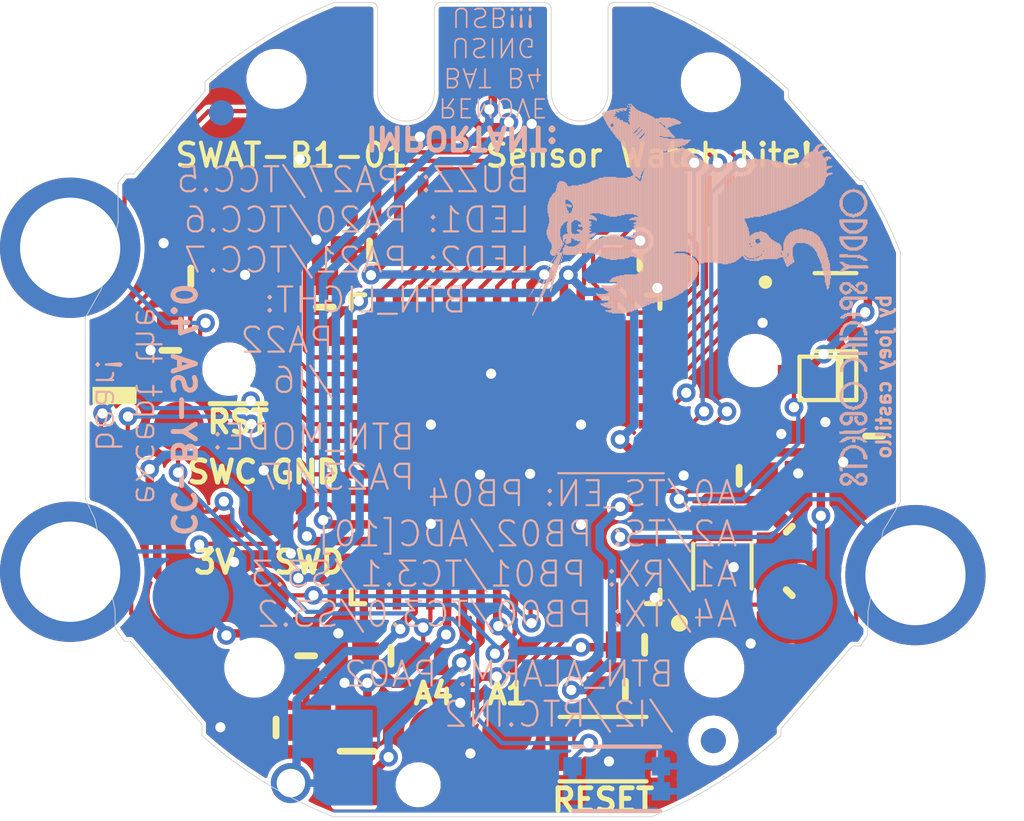
<source format=kicad_pcb>
(kicad_pcb (version 20211014) (generator pcbnew)
  (layers (0 "F.Cu" signal) (31 "B.Cu" signal) (34 "B.Paste" user) (35 "F.Paste" user) (36 "B.SilkS" user "B.Silkscreen") (37 "F.SilkS" user "F.Silkscreen") (38 "B.Mask" user) (39 "F.Mask" user) (44 "Edge.Cuts" user))
  (net 0 "")
  (net 1 "GND")
  (net 2 "/~{RESET}")
  (net 3 "/SWCLK")
  (net 4 "/VDDCORE")
  (net 5 "/VLCD")
  (net 6 "/XIN32")
  (net 7 "/XOUT32")
  (net 8 "/SWDIO")
  (net 9 "/VDDOUT")
  (net 10 "/GREEN")
  (net 11 "Net-(LED0-Pad4)")
  (net 12 "Net-(LED0-Pad2)")
  (net 13 "/RED")
  (net 15 "/USB_P")
  (net 16 "/USB_N")
  (net 17 "/BUZZER")
  (net 18 "/ALARM")
  (net 19 "/MODE")
  (net 20 "/LIGHT")
  (net 21 "/SEG0")
  (net 22 "/SEG1")
  (net 23 "/SEG2")
  (net 24 "/SEG3")
  (net 25 "/SEG4")
  (net 26 "/SEG5")
  (net 27 "/SEG6")
  (net 28 "/SEG7")
  (net 29 "/SEG8")
  (net 30 "/SEG9")
  (net 31 "/SEG10")
  (net 32 "/SEG11")
  (net 33 "/SEG12")
  (net 34 "/SEG13")
  (net 35 "/SEG14")
  (net 36 "/SEG15")
  (net 37 "/SEG16")
  (net 38 "/SEG17")
  (net 39 "/COM2")
  (net 40 "/COM1")
  (net 41 "VCC")
  (net 42 "/COM0")
  (net 43 "VBUS")
  (net 44 "/SEG18")
  (net 45 "/SEG19")
  (net 46 "/SEG20")
  (net 47 "+3V3")
  (net 48 "/SEG21")
  (net 49 "/SEG22")
  (net 50 "/SEG23")
  (net 51 "/A2{slash}TS")
  (net 52 "/A1_SCK")
  (net 57 "/A0{slash}TS_EN")
  (net 60 "/A4{slash}D1{slash}MISO")
  (footprint "OSO-SWAT-A1-05:_0603MP" (layer "F.Cu") (at -5.0292 -3.0734 90)
    (fp_text reference "C3" hide)
    (fp_text value "0.1uF" hide)
  )
  (footprint "OSO-SWAT-A1-05:SOD-323F" (layer "F.Cu") (at 10.033 -0.9398)
    (fp_text reference "D1" hide)
    (fp_text value "SCHOTTKY" hide)
  )
  (footprint "OSO-SWAT-A1-05:_0603MP" (layer "F.Cu") (at -9.0424 -3.9878 180)
    (fp_text reference "R7" hide)
    (fp_text value "100" hide)
  )
  (footprint "OSO-SWAT-A1-05:MICROBUILDER_TESTPOINT_ROUND_1.5MM" (layer "F.Cu") (at -1.778 9.652 180)
    (fp_text reference "TP6" hide)
    (fp_text value "MICROBUILDER_TESTPOINTROUND1.5MM")
  )
  (footprint "OSO-SWAT-A1-05:_0402MP" (layer "F.Cu") (at 8.874521 5.475479 45)
    (fp_text reference "C7" hide)
    (fp_text value "10pf" hide)
  )
  (footprint "OSO-SWAT-A1-05:_0603MP" (layer "F.Cu") (at -3.048 7.366)
    (fp_text reference "R1" hide)
    (fp_text value "DNP" hide)
  )
  (footprint "OSO-SWAT-A1-05:_0603MP" (layer "F.Cu") (at 4.5466 7.0358)
    (fp_text reference "R10" hide)
    (fp_text value "10K THERM" hide)
  )
  (footprint "OSO-SWAT-A1-05:LED_QBLP655" (layer "F.Cu") (at -11.3284 0 90)
    (fp_text reference "LED0" hide)
    (fp_text value "QBLP655-RIG" hide)
  )
  (footprint "OSO-SWAT-A1-05:_0603MP" (layer "F.Cu") (at -6.4897 9.5123 180)
    (fp_text reference "C5" hide)
    (fp_text value "1uF" hide)
  )
  (footprint "Crystal:Crystal_SMD_3215-2Pin_3.2x1.5mm" (layer "F.Cu") (at 6.874521 4.6811 90)
    (fp_text reference "X1" hide)
    (fp_text value "Crystal" hide)
  )
  (footprint "OSO-SWAT-A1-05:_0402MP" (layer "F.Cu") (at 8.874521 3.575479 -45)
    (fp_text reference "C8" hide)
    (fp_text value "10pf" hide)
  )
  (footprint "OSO-SWAT-A1-05:MICROBUILDER_TESTPOINT_ROUND_1.5MM" (layer "F.Cu") (at -4.826 -10.922 180)
    (fp_text reference "TP8" hide)
    (fp_text value "MICROBUILDER_TESTPOINTROUND1.5MM" hide)
  )
  (footprint "OSO-SWAT-A1-05:_0603MP" (layer "F.Cu") (at 4.4069 -4.4577)
    (fp_text reference "C4" hide)
    (fp_text value "0.1uF" hide)
  )
  (footprint "OSO-SWAT-A1-05:MICROBUILDER_TESTPOINT_ROUND_1.5MM" (layer "F.Cu") (at 0.4318 9.652 180)
    (fp_text reference "TP7" hide)
    (fp_text value "MICROBUILDER_TESTPOINTROUND1.5MM" hide)
  )
  (footprint "OSO-SWAT-A1-05:QFN64_9X9MC_MCH" (layer "F.Cu") (at 0.381 1.1811 180)
    (fp_text reference "U1" hide)
    (fp_text value "ATSAML22J18A-MUT" hide)
  )
  (footprint "OSO-SWAT-A1-05:_0603MP" (layer "F.Cu") (at 11.4173 0.7874 -90)
    (fp_text reference "C1" hide)
    (fp_text value "10uF" hide)
  )
  (footprint "OSO-SWAT-A1-05:_0603MP" (layer "F.Cu") (at -3.690619 -4.8006 180)
    (fp_text reference "C6" hide)
    (fp_text value "1uF" hide)
  )
  (footprint "OSO-SWAT-A1-05:SOT65P210X110-5N" (layer "F.Cu") (at 10.2616 -2.921)
    (fp_text reference "U2" hide)
    (fp_text value "MIC5365-3.3YC5-TR" hide)
  )
  (footprint "OSO-SWAT-A1-05:SW_EVP-BB1AAB000" (layer "F.Cu") (at 3.302 10.16 180)
    (fp_text reference "RESET1" hide)
    (fp_text value "EVP-BB1AAB000" hide)
  )
  (footprint "OSO-SWD:OSO_SWD_2x3" (layer "F.Cu") (at -8.128 3.048)
    (fp_text reference "J1" hide)
    (fp_text value "OSO_SWD")
  )
  (footprint "OSO-SWAT-A1-05:_0603MP" (layer "F.Cu") (at 3.97 8.38 180)
    (fp_text reference "R11" hide)
    (fp_text value "10K 0.1%" hide)
  )
  (footprint "OSO-SWAT-A1-05:_0603MP" (layer "F.Cu") (at 7.374521 1.975479)
    (fp_text reference "C9" hide)
    (fp_text value "1uF" hide)
  )
  (footprint "OSO-SWAT-A1-05:CASIO-F91W-OUTLINE-USB" (layer "F.Cu") (at 0 0)
    (fp_text reference "U$2" hide)
    (fp_text value "SENSOR-WATCH-USB" hide)
    (fp_line (start -8.180268 -10.199068) (end -8.617081 -9.831118) (layer "Edge.Cuts") (width 0.025))
    (fp_line (start -1.55 -12.19444) (end 1.55 -12.19444) (layer "Edge.Cuts") (width 0.025))
    (fp_line (start 5.804081 11.71039) (end 5.283181 11.96119) (layer "Edge.Cuts") (width 0.025))
    (fp_line (start -8.712168 9.41319) (end -10.855031 6.931331) (layer "Edge.Cuts") (width 0.025))
    (fp_line (start -11.012131 -7.05574) (end -11.22435 -6.79254) (layer "Edge.Cuts") (width 0.025))
    (fp_line (start 8.19084 10.129768) (end 7.741568 10.483931) (layer "Edge.Cuts") (width 0.025))
    (fp_line (start -6.293709 -11.468231) (end -6.785659 -11.18159) (layer "Edge.Cuts") (width 0.025))
    (fp_line (start -7.729631 -10.547681) (end -8.180268 -10.199068) (layer "Edge.Cuts") (width 0.025))
    (fp_line (start -11.02729 6.931331) (end -11.301518 6.54825) (layer "Edge.Cuts") (width 0.025))
    (fp_line (start 8.6263 9.55375) (end 8.6263 9.75909) (layer "Edge.Cuts") (width 0.025))
    (fp_line (start -11.301518 6.54825) (end -11.31254 5.972231) (layer "Edge.Cuts") (width 0.025))
    (fp_line (start 7.927618 -10.371281) (end 7.443931 -10.73374) (layer "Edge.Cuts") (width 0.025))
    (fp_line (start 11.128809 -6.857309) (end 10.98964 -6.857309) (layer "Edge.Cuts") (width 0.025))
    (fp_line (start 6.309818 11.43615) (end 5.804081 11.71039) (layer "Edge.Cuts") (width 0.025))
    (fp_line (start 11.430609 -6.34469) (end 11.128809 -6.857309) (layer "Edge.Cuts") (width 0.025))
    (fp_line (start -7.349309 10.82155) (end -7.819209 10.485309) (layer "Edge.Cuts") (width 0.025))
    (fp_line (start 6.42694 -11.393809) (end 5.893659 -11.687331) (layer "Edge.Cuts") (width 0.025))
    (fp_line (start 3.45 -11.99444) (end 3.45 -9.49444) (layer "Edge.Cuts") (width 0.025))
    (fp_line (start 12.199568 -4.7241) (end 11.9694 -5.27944) (layer "Edge.Cuts") (width 0.025))
    (fp_line (start 1.75 -11.99444) (end 1.75 -9.49444) (layer "Edge.Cuts") (width 0.025))
    (fp_line (start -11.71355 -3.627168) (end -11.213318 -5.628081) (layer "Edge.Cuts") (width 0.025))
    (fp_line (start -5.273981 -11.973968) (end -5.789368 -11.731418) (layer "Edge.Cuts") (width 0.025))
    (fp_line (start 7.27855 10.82155) (end 6.801768 11.1385) (layer "Edge.Cuts") (width 0.025))
    (fp_line (start -8.712168 9.7522) (end -8.712168 9.41319) (layer "Edge.Cuts") (width 0.025))
    (fp_line (start 11.00755 7.071918) (end 10.76914 7.071918) (layer "Edge.Cuts") (width 0.025))
    (fp_line (start 3.65 -12.19444) (end 4.778809 -12.19444) (layer "Edge.Cuts") (width 0.025))
    (fp_line (start -8.617081 -9.831118) (end -8.617081 -9.5376) (layer "Edge.Cuts") (width 0.025))
    (fp_line (start 5.893659 -11.687331) (end 5.343809 -11.954659) (layer "Edge.Cuts") (width 0.025))
    (fp_line (start 4.747131 12.185809) (end -4.777868 12.185809) (layer "Edge.Cuts") (width 0.025))
    (fp_line (start -4.747559 -12.19444) (end -3.65 -12.19444) (layer "Edge.Cuts") (width 0.025))
    (fp_line (start 11.9694 -5.27944) (end 11.71174 -5.818281) (layer "Edge.Cuts") (width 0.025))
    (fp_line (start 11.6869 3.622668) (end 12.199568 2.76969) (layer "Edge.Cuts") (width 0.025))
    (fp_line (start -6.362618 11.4334) (end -6.86425 11.1385) (layer "Edge.Cuts") (width 0.025))
    (fp_line (start -5.789368 -11.731418) (end -6.293709 -11.468231) (layer "Edge.Cuts") (width 0.025))
    (fp_line (start -5.848631 11.70625) (end -6.362618 11.4334) (layer "Edge.Cuts") (width 0.025))
    (fp_line (start -8.617081 -9.5376) (end -10.761331 -7.05574) (layer "Edge.Cuts") (width 0.025))
    (fp_line (start 8.39615 -9.988218) (end 7.927618 -10.371281) (layer "Edge.Cuts") (width 0.025))
    (fp_line (start 6.801768 11.1385) (end 6.309818 11.43615) (layer "Edge.Cuts") (width 0.025))
    (fp_line (start -12.2 2.663568) (end -12.2 -2.757631) (layer "Edge.Cuts") (width 0.025))
    (fp_line (start 12.199568 2.76969) (end 12.199568 -4.7241) (layer "Edge.Cuts") (width 0.025))
    (fp_line (start -8.273968 10.12839) (end -8.712168 9.7522) (layer "Edge.Cuts") (width 0.025))
    (fp_line (start 8.8468 -9.34055) (end 8.8468 -9.5872) (layer "Edge.Cuts") (width 0.025))
    (fp_line (start -5.31944 11.95705) (end -5.848631 11.70625) (layer "Edge.Cuts") (width 0.025))
    (fp_line (start -12.2 -2.757631) (end -11.71355 -3.627168) (layer "Edge.Cuts") (width 0.025))
    (fp_line (start -11.31254 5.972231) (end -11.913368 3.27264) (layer "Edge.Cuts") (width 0.025))
    (fp_line (start 10.76914 7.071918) (end 8.6263 9.55375) (layer "Edge.Cuts") (width 0.025))
    (fp_line (start -6.785659 -11.18159) (end -7.263868 -10.874268) (layer "Edge.Cuts") (width 0.025))
    (fp_line (start 11.2363 6.021831) (end 11.222509 6.748068) (layer "Edge.Cuts") (width 0.025))
    (fp_line (start -7.263868 -10.874268) (end -7.729631 -10.547681) (layer "Edge.Cuts") (width 0.025))
    (fp_line (start 8.6263 9.75909) (end 8.19084 10.129768) (layer "Edge.Cuts") (width 0.025))
    (fp_line (start -11.22435 -6.79254) (end -11.213318 -5.628081) (layer "Edge.Cuts") (width 0.025))
    (fp_line (start 7.443931 -10.73374) (end 6.9437 -11.075468) (layer "Edge.Cuts") (width 0.025))
    (fp_line (start 11.222509 6.748068) (end 11.00755 7.071918) (layer "Edge.Cuts") (width 0.025))
    (fp_line (start 5.283181 11.96119) (end 4.747131 12.185809) (layer "Edge.Cuts") (width 0.025))
    (fp_line (start -7.819209 10.485309) (end -8.273968 10.12839) (layer "Edge.Cuts") (width 0.025))
    (fp_line (start 11.71174 -5.818281) (end 11.430609 -6.34469) (layer "Edge.Cuts") (width 0.025))
    (fp_line (start -3.45 -11.99444) (end -3.45 -9.49444) (layer "Edge.Cuts") (width 0.025))
    (fp_line (start 8.8468 -9.5872) (end 8.39615 -9.988218) (layer "Edge.Cuts") (width 0.025))
    (fp_line (start -4.747559 -12.19444) (end -5.273981 -11.973968) (layer "Edge.Cuts") (width 0.025))
    (fp_line (start 11.6869 3.622668) (end 11.2363 6.021831) (layer "Edge.Cuts") (width 0.025))
    (fp_line (start -11.913368 3.27264) (end -12.2 2.663568) (layer "Edge.Cuts") (width 0.025))
    (fp_line (start -10.761331 -7.05574) (end -11.012131 -7.05574) (layer "Edge.Cuts") (width 0.025))
    (fp_line (start -6.86425 11.1385) (end -7.349309 10.82155) (layer "Edge.Cuts") (width 0.025))
    (fp_line (start 6.9437 -11.075468) (end 6.42694 -11.393809) (layer "Edge.Cuts") (width 0.025))
    (fp_line (start -10.855031 6.931331) (end -11.02729 6.931331) (layer "Edge.Cuts") (width 0.025))
    (fp_line (start 5.343809 -11.954659) (end 4.778809 -12.19444) (layer "Edge.Cuts") (width 0.025))
    (fp_line (start -1.75 -11.99444) (end -1.75 -9.49444) (layer "Edge.Cuts") (width 0.025))
    (fp_line (start 7.741568 10.483931) (end 7.27855 10.82155) (layer "Edge.Cuts") (width 0.025))
    (fp_line (start 10.98964 -6.857309) (end 8.8468 -9.34055) (layer "Edge.Cuts") (width 0.025))
    (fp_line (start -4.777868 12.185809) (end -5.31944 11.95705) (layer "Edge.Cuts") (width 0.025))
    (fp_arc (start 3.45 -9.49444) (mid 2.6 -8.64444) (end 1.75 -9.49444) (layer "Edge.Cuts") (width 0.025))
    (fp_arc (start 3.45 -11.99444) (mid 3.508579 -12.135861) (end 3.65 -12.19444) (layer "Edge.Cuts") (width 0.025))
    (fp_arc (start 1.55 -12.19444) (mid 1.69143 -12.13587) (end 1.75 -11.99444) (layer "Edge.Cuts") (width 0.025))
    (fp_arc (start -1.75 -9.49444) (mid -2.6 -8.64444) (end -3.45 -9.49444) (layer "Edge.Cuts") (width 0.025))
    (fp_arc (start -1.75 -11.99444) (mid -1.691421 -12.135861) (end -1.55 -12.19444) (layer "Edge.Cuts") (width 0.025))
    (fp_arc (start -3.65 -12.19444) (mid -3.508579 -12.135861) (end -3.45 -11.99444) (layer "Edge.Cuts") (width 0.025))
  )
  (footprint "OSO-SWAT-A1-05:MICROBUILDER_TESTPOINT_ROUND_1.5MM" (layer "F.Cu") (at 4.826 -10.922)
    (fp_text reference "TP1" hide)
    (fp_text value "MICROBUILDER_TESTPOINTROUND1.5MM" hide)
  )
  (footprint "OSO-SWAT-A1-05:MICROBUILDER__0805MP" (layer "F.Cu") (at -4.064 10.2235 -90)
    (fp_text reference "L1" hide)
    (fp_text value "10uH" hide)
  )
  (footprint "OSO-SWAT-A1-05:_0603MP" (layer "F.Cu") (at -5.588 7.366 -90)
    (fp_text reference "C2" hide)
    (fp_text value "0.1uF" hide)
  )
  (footprint "OSO-SWAT-A1-05:MICROBUILDER_TESTPOINT_ROUND_1.5MM" (layer "F.Cu") (at 8.89 7.874 180)
    (fp_text reference "TP10" hide)
    (fp_text value "MICROBUILDER_TESTPOINTROUND1.5MM" hide)
  )
  (footprint "OSO-SWAT-A1-05:MICROBUILDER_TESTPOINT_ROUND_1.5MM" (layer "F.Cu") (at -8.89 7.874 180)
    (fp_text reference "TP9" hide)
    (fp_text value "MICROBUILDER_TESTPOINTROUND1.5MM" hide)
  )
  (footprint "Fiducial:Fiducial_0.75mm_Mask1.5mm" (layer "F.Cu") (at 6.604 9.906)
    (fp_text reference "FID10" hide)
    (fp_text value "Fiducial" hide)
  )
  (footprint "Fiducial:Fiducial_0.75mm_Mask1.5mm" (layer "F.Cu") (at 4.572 -9.144)
    (fp_text reference "FID9" hide)
    (fp_text value "Fiducial" hide)
  )
  (footprint "OSO-SWAT-A1-05:_0603MP" (layer "F.Cu") (at -9.652 -1.778 90)
    (fp_text reference "R6" hide)
    (fp_text value "1K" hide)
  )
  (footprint "Fiducial:Fiducial_0.75mm_Mask1.5mm" (layer "F.Cu") (at -4.572 -9.144)
    (fp_text reference "FID7" hide)
    (fp_text value "Fiducial" hide)
  )
  (footprint "Fiducial:Fiducial_0.75mm_Mask1.5mm" (layer "B.Cu") (at -8.128 -8.89 180)
    (fp_text reference "FID8" hide)
    (fp_text value "Fiducial" hide)
  )
  (footprint "OSO-SWAT-A1-05:SW_EVP-BB1AAB000" (layer "B.Cu") (at 3.7084 11.049 180)
    (fp_text reference "RESET0" hide)
    (fp_text value "EVP-BB1AAB000" hide)
  )
  (footprint "Fiducial:Fiducial_0.75mm_Mask1.5mm" (layer "B.Cu") (at 6.604 9.906 180)
    (fp_text reference "FID11" hide)
    (fp_text value "Fiducial" hide)
  )
  (footprint "OSO-SWAT-A1-05:OSO_WORDMARK_ONELINE_350MIL_1000DPI" (layer "B.Cu") (at 10.795 -2.159 -90)
    (fp_text reference "U$6" hide)
    (fp_text value "" hide)
  )
  (footprint "OSO-SWAT-A1-05:OSO_BEAR_250X360MIL_1000DPI" (layer "B.Cu") (at 5.588 -5.969 -90)
    (fp_text reference "U$5" hide)
    (fp_text value "" hide)
  )
  (gr_rect (start -11.925479 -0.624521) (end -10.725479 -0.224521) (layer "F.SilkS") (width 0.12) (fill solid))
  (gr_text "CC-BY-SA 4.0" (at -9.271 0 -90) (layer "B.SilkS") (effects (font (size 0.666496 0.666496) (thickness 0.146304)) (justify mirror)))
  (gr_text "BTN_MODE: \nPA23/I7" (at -2.286 0.381) (layer "B.SilkS") (effects (font (size 0.747776 0.747776) (thickness 0.065024)) (justify left top mirror)))
  (gr_text "by joey castillo" (at 11.7094 -0.9906 -270) (layer "B.SilkS") (effects (font (size 0.41656 0.41656) (thickness 0.09144)) (justify mirror)))
  (gr_text "REMOVE\nBAT B4\nUSING\nUSB!!!" (at 0.007121 -8.719321 -180) (layer "B.SilkS") (effects (font (size 0.560832 0.560832) (thickness 0.048768)) (justify top mirror)))
  (gr_text "except the\nbear!" (at -10.922 -0.127 -90) (layer "B.SilkS") (effects (font (size 0.747776 0.747776) (thickness 0.065024)) (justify mirror)))
  (gr_text "IMPORTANT:" (at -0.925479 -7.747 -180) (layer "B.SilkS") (effects (font (size 0.666496 0.666496) (thickness 0.146304)) (justify top mirror)))
  (gr_text "BUZZ: PA27/TCC.5\nLED1: PA20/TCC.6\nLED2: PA21/TCC.7" (at 1.174521 -7.324521) (layer "B.SilkS") (effects (font (size 0.747776 0.747776) (thickness 0.065024)) (justify left top mirror)))
  (gr_text "A0/~{TS_EN}: PB04\nA2/TS: PB02/ADC[10]\nA1/RX: PB01/TC3.1/S3.3\nA4/TX: PB00/TC3.0/S3.2\n" (at 7.374521 2.075479) (layer "B.SilkS") (effects (font (size 0.747776 0.747776) (thickness 0.065024)) (justify left top mirror)))
  (gr_text "BTN_ALARM: PA02\n/I2/RTC.IN2" (at 5.474521 7.475479) (layer "B.SilkS") (effects (font (size 0.747776 0.747776) (thickness 0.065024)) (justify left top mirror)))
  (gr_text "BTN_LIGHT: \n       PA22\n       /I6" (at -0.725479 -3.724521) (layer "B.SilkS") (effects (font (size 0.747776 0.747776) (thickness 0.065024)) (justify left top mirror)))
  (gr_text "3V" (at -9.025479 4.175479) (layer "F.SilkS") (effects (font (size 0.666496 0.666496) (thickness 0.146304)) (justify left top)))
  (gr_text "A1" (at 0.4318 8.125) (layer "F.SilkS") (effects (font (size 0.635 0.635) (thickness 0.146304)) (justify top)))
  (gr_text "SWD" (at -6.625479 4.175479) (layer "F.SilkS") (effects (font (size 0.666496 0.666496) (thickness 0.146304)) (justify left top)))
  (gr_text "Sensor Watch Lite!" (at 4.674521 -7.62) (layer "F.SilkS") (effects (font (size 0.69088 0.69088) (thickness 0.12192))))
  (gr_text "A4" (at -1.778 8.125) (layer "F.SilkS") (effects (font (size 0.635 0.635) (thickness 0.146304)) (justify top)))
  (gr_text "SWC" (at -9.225479 1.475479) (layer "F.SilkS") (effects (font (size 0.666496 0.666496) (thickness 0.146304)) (justify left top)))
  (gr_text "~{RST}" (at -8.625479 -0.024521) (layer "F.SilkS") (effects (font (size 0.666496 0.666496) (thickness 0.146304)) (justify left top)))
  (gr_text "GND" (at -6.725479 1.475479) (layer "F.SilkS") (effects (font (size 0.666496 0.666496) (thickness 0.146304)) (justify left top)))
  (gr_text "RESET" (at 3.302 11.684) (layer "F.SilkS") (effects (font (size 0.666496 0.666496) (thickness 0.146304))))
  (gr_text "SWAT-B1-01" (at -6.025479 -7.62) (layer "F.SilkS") (effects (font (size 0.69088 0.69088) (thickness 0.12192))))
  (segment (start -8.1026 0.326412) (end -9.445012 -1.016) (width 0.254) (layer "F.Cu") (net 1))
  (segment (start -3.617413 -2.5689) (end -3.601213 -2.5527) (width 0.254) (layer "F.Cu") (net 1))
  (segment (start -0.869 2.4311) (end -0.869 5.5753) (width 0.254) (layer "F.Cu") (net 1))
  (segment (start 4.627 10.535) (end 4.627 9.785) (width 0.55) (layer "F.Cu") (net 1))
  (segment (start -7.133191 1.8161) (end -8.1026 0.846692) (width 0.254) (layer "F.Cu") (net 1))
  (segment (start 8.829162 4.7117) (end 8.45672 4.7117) (width 0.127) (layer "F.Cu") (net 1))
  (segment (start -1.3462 -0.5842) (end -1.3462 -0.0635) (width 0.254) (layer "F.Cu") (net 1))
  (segment (start -4.0132 -2.5689) (end -3.617413 -2.5689) (width 0.254) (layer "F.Cu") (net 1))
  (segment (start 8.45672 4.7117) (end 9.233731 3.934689) (width 0.127) (layer "F.Cu") (net 1))
  (segment (start -5.2832 -5.0927) (end -5.2832 -4.0894) (width 0.254) (layer "F.Cu") (net 1))
  (segment (start 1.131 1.9311) (end 1.1176 1.9177) (width 0.254) (layer "F.Cu") (net 1))
  (segment (start 9.6774 4.5212) (end 10.16 5.0038) (width 0.127) (layer "F.Cu") (net 1))
  (segment (start 7.2136 4.7117) (end 8.45672 4.7117) (width 0.127) (layer "F.Cu") (net 1))
  (segment (start -9.445012 -1.016) (end -9.652 -1.016) (width 0.254) (layer "F.Cu") (net 1))
  (segment (start -0.869 2.4311) (end -1.8542 3.4163) (width 0.254) (layer "F.Cu") (net 1))
  (segment (start -3.601213 -2.5527) (end -3.3147 -2.5527) (width 0.254) (layer "F.Cu") (net 1))
  (segment (start -1.3462 -0.0635) (end -1.8542 0.4445) (width 0.254) (layer "F.Cu") (net 1))
  (segment (start -8.1026 0.846692) (end -8.1026 0.326412) (width 0.254) (layer "F.Cu") (net 1))
  (segment (start 0.381 1.1811) (end 1.1176 1.9177) (width 0.254) (layer "F.Cu") (net 1))
  (segment (start 10.16 5.0038) (end 10.16 5.1562) (width 0.127) (layer "F.Cu") (net 1))
  (segment (start -10.246856 -1.783928) (end -10.246856 -1.610856) (width 0.254) (layer "F.Cu") (net 1))
  (segment (start -4.0132 4.4311) (end -2.869 4.4311) (width 0.254) (layer "F.Cu") (net 1))
  (segment (start 1.3 -8.69295) (end 1.3 -10.64444) (width 0.254) (layer "F.Cu") (net 1))
  (segment (start 4.7752 1.9311) (end 1.131 1.9311) (width 0.254) (layer "F.Cu") (net 1))
  (segment (start -10.246856 -1.610856) (end -9.652 -1.016) (width 0.254) (layer "F.Cu") (net 1))
  (segment (start -6.858 1.8161) (end -7.133191 1.8161) (width 0.254) (layer "F.Cu") (net 1))
  (segment (start 8.3185 6.9977) (end 7.7216 6.9977) (width 0.127) (layer "F.Cu") (net 1))
  (segment (start 9.017 4.5212) (end 9.6774 4.5212) (width 0.127) (layer "F.Cu") (net 1))
  (segment (start 1.16595 -8.5589) (end 1.3 -8.69295) (width 0.254) (layer "F.Cu") (net 1))
  (segment (start 10.4902 3.542222) (end 10.292811 3.739611) (width 0.127) (layer "F.Cu") (net 1))
  (segment (start -3.3147 -2.5527) (end -1.3462 -0.5842) (width 0.254) (layer "F.Cu") (net 1))
  (segment (start 10.292811 3.739611) (end 10.292811 4.870989) (width 0.127) (layer "F.Cu") (net 1))
  (segment (start 8.829162 4.7117) (end 8.829162 4.709038) (width 0.127) (layer "F.Cu") (net 1))
  (segment (start 1.631 -3.2131) (end 1.631 -0.5661) (width 0.254) (layer "F.Cu") (net 1))
  (segment (start -5.2832 -4.0894) (end -5.0292 -3.8354) (width 0.254) (layer "F.Cu") (net 1))
  (segment (start -2.869 4.4311) (end -1.8542 3.4163) (width 0.254) (layer "F.Cu") (net 1))
  (segment (start 9.233731 5.116269) (end 8.829162 4.7117) (width 0.127) (layer "F.Cu") (net 1))
  (segment (start 10.4902 1.5621) (end 10.4902 3.542222) (width 0.127) (layer "F.Cu") (net 1))
  (segment (start 10.292811 4.870989) (end 10.16 5.0038) (width 0.127) (layer "F.Cu") (net 1))
  (segment (start 1.631 -0.5661) (end 2.6416 0.4445) (width 0.254) (layer "F.Cu") (net 1))
  (segment (start 10.16 5.1562) (end 8.3185 6.9977) (width 0.127) (layer "F.Cu") (net 1))
  (segment (start 8.829162 4.709038) (end 9.017 4.5212) (width 0.127) (layer "F.Cu") (net 1))
  (via (at 3.4798 10.5283) (size 0.5588) (drill 0.3048) (layers "F.Cu" "B.Cu") (net 1))
  (via (at -2.18 -8.1779) (size 0.5588) (drill 0.3048) (layers "F.Cu" "B.Cu") (net 1))
  (via (at 1.16595 -8.5589) (size 0.5588) (drill 0.3048) (layers "F.Cu" "B.Cu") (net 1))
  (via (at -5.2832 -5.0927) (size 0.5588) (drill 0.3048) (layers "F.Cu" "B.Cu") (net 1))
  (via (at 4.9276 -3.6449) (size 0.5588) (drill 0.3048) (layers "F.Cu" "B.Cu") (net 1))
  (via (at -7.747 4.5593) (size 0.5588) (drill 0.3048) (layers "F.Cu" "B.Cu") (net 1))
  (via (at -4.6228 6.6929) (size 0.5588) (drill 0.3048) (layers "F.Cu" "B.Cu") (net 1))
  (via (at -0.975 8.775) (size 0.5588) (drill 0.3048) (layers "F.Cu" "B.Cu") (net 1))
  (via (at -1.8542 0.4445) (size 0.5588) (drill 0.3048) (layers "F.Cu" "B.Cu") (net 1))
  (via (at -6.0452 4.3053) (size 0.5588) (drill 0.3048) (layers "F.Cu" "B.Cu") (net 1))
  (via (at 4.8514 5.6261) (size 0.5588) (drill 0.3048) (layers "F.Cu" "B.Cu") (net 1))
  (via (at -9.8552 -4.9911) (size 0.5588) (drill 0.3048) (layers "F.Cu" "B.Cu") (net 1))
  (via (at -8.154707 9.505191) (size 0.5588) (drill 0.3048) (layers "F.Cu" "B.Cu") (net 1))
  (via (at -0.0508 -1.0795) (size 0.5588) (drill 0.3048) (layers "F.Cu" "B.Cu") (net 1))
  (via (at -1.8542 3.4163) (size 0.5588) (drill 0.3048) (layers "F.Cu" "B.Cu") (net 1))
  (via (at 5.715 1.9685) (size 0.5588) (drill 0.3048) (layers "F.Cu" "B.Cu") (net 1))
  (via (at 2.6416 0.4445) (size 0.5588) (drill 0.3048) (layers "F.Cu" "B.Cu") (net 1))
  (via (at 7.2136 4.7117) (size 0.5588) (drill 0.3048) (layers "F.Cu" "B.Cu") (net 1))
  (via (at 7.7216 6.9977) (size 0.5588) (drill 0.3048) (layers "F.Cu" "B.Cu") (net 1))
  (via (at 8.0772 -2.6035) (size 0.5588) (drill 0.3048) (layers "F.Cu" "B.Cu") (net 1))
  (via (at 1.1176 1.9177) (size 0.5588) (drill 0.3048) (layers "F.Cu" "B.Cu") (net 1))
  (via (at -10.246856 -1.783928) (size 0.5588) (drill 0.3048) (layers "F.Cu" "B.Cu") (net 1))
  (via (at -4.439169 8.174588) (size 0.5588) (drill 0.3048) (layers "F.Cu" "B.Cu") (net 1))
  (via (at -0.67 10.29) (size 0.5588) (drill 0.3048) (layers "F.Cu" "B.Cu") (net 1))
  (via (at 9.144 1.905) (size 0.5588) (drill 0.3048) (layers "F.Cu" "B.Cu") (net 1))
  (via (at 2.6416 3.4417) (size 0.5588) (drill 0.3048) (layers "F.Cu" "B.Cu") (net 1))
  (via (at 9.9568 0.3683) (size 0.5588) (drill 0.3048) (layers "F.Cu" "B.Cu") (net 1))
  (via (at -7.4168 -4.0386) (size 0.5588) (drill 0.3048) (layers "F.Cu" "B.Cu") (net 1))
  (via (at -0.381 1.9431) (size 0.5588) (drill 0.3048) (layers "F.Cu" "B.Cu") (net 1))
  (via (at -5.775 -7.5) (size 0.5588) (drill 0.3048) (layers "F.Cu" "B.Cu") (net 1))
  (via (at -6.858 1.8161) (size 0.5588) (drill 0.3048) (layers "F.Cu" "B.Cu") (net 1))
  (via (at 10.4902 1.5621) (size 0.5588) (drill 0.3048) (layers "F.Cu" "B.Cu") (net 1))
  (via (at 8.636 0.7239) (size 0.5588) (drill 0.3048) (layers "F.Cu" "B.Cu") (net 1))
  (segment (start -2.0828 7.1628) (end -2.286 7.366) (width 0.127) (layer "F.Cu") (net 2))
  (segment (start 2.315 10.535) (end 1.977 10.535) (width 0.127) (layer "F.Cu") (net 2))
  (segment (start -9.4234 0.5334) (end -9.4234 1.8796) (width 0.127) (layer "F.Cu") (net 2))
  (segment (start 2.87 9.98) (end 2.315 10.535) (width 0.127) (layer "F.Cu") (net 2))
  (segment (start -2.0828 6.520144) (end -2.0828 7.1628) (width 0.127) (layer "F.Cu") (net 2))
  (segment (start -1.869 5.5753) (end -1.869 6.306344) (width 0.127) (layer "F.Cu") (net 2))
  (segment (start -1.869 6.306344) (end -2.0828 6.520144) (width 0.127) (layer "F.Cu") (net 2))
  (segment (start 1.977 9.785) (end 1.977 10.535) (width 0.55) (layer "F.Cu") (net 2))
  (segment (start -9.4234 0.5334) (end -9.398 0.508) (width 0.127) (layer "F.Cu") (net 2))
  (via (at -9.4234 1.8796) (size 0.5588) (drill 0.3048) (layers "F.Cu" "B.Cu") (net 2))
  (via (at -2.0828 6.520144) (size 0.5588) (drill 0.3048) (layers "F.Cu" "B.Cu") (net 2))
  (via (at 2.87 9.98) (size 0.5588) (drill 0.3048) (layers "F.Cu" "B.Cu") (net 2))
  (segment (start -1.850688 6.520144) (end -1.591644 6.2611) (width 0.127) (layer "B.Cu") (net 2))
  (segment (start -4.867363 6.096) (end -2.506944 6.096) (width 0.127) (layer "B.Cu") (net 2))
  (segment (start -5.075282 6.303919) (end -4.867363 6.096) (width 0.127) (layer "B.Cu") (net 2))
  (segment (start -2.0828 6.520144) (end -1.850688 6.520144) (width 0.127) (layer "B.Cu") (net 2))
  (segment (start 2.87 9.98) (end 0.2772 9.98) (width 0.127) (layer "B.Cu") (net 2))
  (segment (start -7.1882 4.778813) (end -5.663094 6.303919) (width 0.127) (layer "B.Cu") (net 2))
  (segment (start -1.202357 6.2611) (end -0.4699 6.993557) (width 0.127) (layer "B.Cu") (net 2))
  (segment (start -0.4699 6.993557) (end -0.4699 9.2329) (width 0.127) (layer "B.Cu") (net 2))
  (segment (start 2.3834 11.424) (end 2.3834 10.674) (width 0.25) (layer "B.Cu") (net 2))
  (segment (start -5.663094 6.303919) (end -5.075282 6.303919) (width 0.127) (layer "B.Cu") (net 2))
  (segment (start -7.1882 4.296213) (end -7.1882 4.778813) (width 0.127) (layer "B.Cu") (net 2))
  (segment (start 2.3834 10.674) (end 2.3834 10.4666) (width 0.127) (layer "B.Cu") (net 2))
  (segment (start 2.3834 10.4666) (end 2.87 9.98) (width 0.127) (layer "B.Cu") (net 2))
  (segment (start -9.4234 1.8796) (end -9.4234 2.061013) (width 0.127) (layer "B.Cu") (net 2))
  (segment (start -1.591644 6.2611) (end -1.202357 6.2611) (width 0.127) (layer "B.Cu") (net 2))
  (segment (start -0.4699 9.2329) (end -0.2064 9.4964) (width 0.127) (layer "B.Cu") (net 2))
  (segment (start 0.2772 9.98) (end -0.2064 9.4964) (width 0.127) (layer "B.Cu") (net 2))
  (segment (start -2.506944 6.096) (end -2.0828 6.520144) (width 0.127) (layer "B.Cu") (net 2))
  (segment (start -9.4234 2.061013) (end -7.1882 4.296213) (width 0.127) (layer "B.Cu") (net 2))
  (segment (start 0.6564 5.6007) (end 0.6564 6.7096) (width 0.127) (layer "F.Cu") (net 3))
  (segment (start 0.0635 7.3025) (end 0.6564 6.7096) (width 0.127) (layer "F.Cu") (net 3))
  (segment (start -8.0518 2.7432) (end -8.3566 3.048) (width 0.127) (layer "F.Cu") (net 3))
  (segment (start -8.3566 3.048) (end -9.398 3.048) (width 0.127) (layer "F.Cu") (net 3))
  (segment (start 0.6564 5.6007) (end 0.631 5.5753) (width 0.127) (layer "F.Cu") (net 3))
  (via (at -8.0518 2.7432) (size 0.5588) (drill 0.3048) (layers "F.Cu" "B.Cu") (net 3))
  (via (at 0.0635 7.3025) (size 0.5588) (drill 0.3048) (layers "F.Cu" "B.Cu") (net 3))
  (segment (start -7.7978 2.9972) (end -7.7978 3.3274) (width 0.127) (layer "B.Cu") (net 3))
  (segment (start -6.9342 4.6736) (end -5.557882 6.049919) (width 0.127) (layer "B.Cu") (net 3))
  (segment (start -5.557882 6.049919) (end -5.180494 6.049919) (width 0.127) (layer "B.Cu") (net 3))
  (segment (start -5.180494 6.049919) (end -4.972575 5.842) (width 0.127) (layer "B.Cu") (net 3))
  (segment (start 0.0635 7.3025) (end 0.0635 7.0485) (width 0.127) (layer "B.Cu") (net 3))
  (segment (start -1.143 5.842) (end 0.0635 7.0485) (width 0.127) (layer "B.Cu") (net 3))
  (segment (start -6.9342 4.191) (end -7.7978 3.3274) (width 0.127) (layer "B.Cu") (net 3))
  (segment (start -8.0518 2.7432) (end -7.7978 2.9972) (width 0.127) (layer "B.Cu") (net 3))
  (segment (start -4.972575 5.842) (end -1.143 5.842) (width 0.127) (layer "B.Cu") (net 3))
  (segment (start -6.9342 4.191) (end -6.9342 4.6736) (width 0.127) (layer "B.Cu") (net 3))
  (segment (start -4.3688 9.5123) (end -5.7277 9.5123) (width 0.254) (layer "F.Cu") (net 4))
  (segment (start -1.369 6.703) (end -1.369 5.5753) (width 0.254) (layer "F.Cu") (net 4))
  (segment (start -3.753867 8.897367) (end -4.3688 9.5123) (width 0.254) (layer "F.Cu") (net 4))
  (segment (start -3.753867 8.175769) (end -3.753867 8.897367) (width 0.254) (layer "F.Cu") (net 4))
  (segment (start -1.397 6.731) (end -1.369 6.703) (width 0.254) (layer "F.Cu") (net 4))
  (via (at -3.753867 8.175769) (size 0.5588) (drill 0.3048) (layers "F.Cu" "B.Cu") (net 4))
  (via (at -1.397 6.731) (size 0.5588) (drill 0.3048) (layers "F.Cu" "B.Cu") (net 4))
  (segment (start -2.841769 8.175769) (end -1.397 6.731) (width 0.254) (layer "B.Cu") (net 4))
  (segment (start -3.753867 8.175769) (end -2.841769 8.175769) (width 0.254) (layer "B.Cu") (net 4))
  (segment (start 1.447515 -4.049228) (end 1.131 -3.732712) (width 0.254) (layer "F.Cu") (net 5))
  (segment (start -2.928619 -4.8006) (end -2.928619 -4.747831) (width 0.254) (layer "F.Cu") (net 5))
  (segment (start 1.447515 -4.049228) (end 1.538771 -4.049228) (width 0.254) (layer "F.Cu") (net 5))
  (segment (start -2.928619 -4.747831) (end -3.647725 -4.028725) (width 0.254) (layer "F.Cu") (net 5))
  (segment (start 1.131 -3.2131) (end 1.131 -3.732712) (width 0.254) (layer "F.Cu") (net 5))
  (via (at 1.538771 -4.049228) (size 0.5588) (drill 0.3048) (layers "F.Cu" "B.Cu") (net 5))
  (via (at -3.647725 -4.028725) (size 0.5588) (drill 0.3048) (layers "F.Cu" "B.Cu") (net 5))
  (segment (start -3.627222 -4.049228) (end 1.538771 -4.049228) (width 0.254) (layer "B.Cu") (net 5))
  (segment (start -3.647725 -4.028725) (end -3.627222 -4.049228) (width 0.254) (layer "B.Cu") (net 5))
  (segment (start 8.515311 5.834689) (end 6.920932 5.834689) (width 0.127) (layer "F.Cu") (net 6))
  (segment (start 4.7752 4.9311) (end 5.530142 4.9311) (width 0.127) (layer "F.Cu") (net 6))
  (segment (start 5.530142 4.9311) (end 6.480142 5.8811) (width 0.127) (layer "F.Cu") (net 6))
  (segment (start 6.920932 5.834689) (end 6.874521 5.8811) (width 0.127) (layer "F.Cu") (net 6))
  (segment (start 6.480142 5.8811) (end 6.874521 5.8811) (width 0.127) (layer "F.Cu") (net 6))
  (segment (start 6.4689 3.4811) (end 6.874521 3.4811) (width 0.127) (layer "F.Cu") (net 7))
  (segment (start 6.874521 3.4811) (end 8.25048 3.4811) (width 0.127) (layer "F.Cu") (net 7))
  (segment (start 8.25048 3.4811) (end 8.515311 3.216269) (width 0.127) (layer "F.Cu") (net 7))
  (segment (start 5.5189 4.4311) (end 6.4689 3.4811) (width 0.127) (layer "F.Cu") (net 7))
  (segment (start 4.7752 4.4311) (end 5.5189 4.4311) (width 0.127) (layer "F.Cu") (net 7))
  (segment (start 1.131 5.5753) (end 1.131 6.3634) (width 0.127) (layer "F.Cu") (net 8))
  (segment (start -5.366522 5.555479) (end -6.825479 5.555479) (width 0.127) (layer "F.Cu") (net 8))
  (segment (start -6.825479 5.555479) (end -6.858 5.588) (width 0.127) (layer "F.Cu") (net 8))
  (segment (start 1.131 6.3634) (end 1.157771 6.390172) (width 0.127) (layer "F.Cu") (net 8))
  (via (at -5.366522 5.555479) (size 0.5588) (drill 0.3048) (layers "F.Cu" "B.Cu") (net 8))
  (via (at 1.157771 6.390172) (size 0.5588) (drill 0.3048) (layers "F.Cu" "B.Cu") (net 8))
  (segment (start -5.341122 5.580879) (end -5.366522 5.555479) (width 0.127) (layer "B.Cu") (net 8))
  (segment (start 0.348478 5.580879) (end -5.341122 5.580879) (width 0.127) (layer "B.Cu") (net 8))
  (segment (start 1.157771 6.390172) (end 0.348478 5.580879) (width 0.127) (layer "B.Cu") (net 8))
  (segment (start -0.369 5.5753) (end -0.369 6.9222) (width 0.254) (layer "F.Cu") (net 9))
  (segment (start -0.369 6.9222) (end -0.9398 7.493) (width 0.254) (layer "F.Cu") (net 9))
  (segment (start -3.12 10.4) (end -3.9595 11.2395) (width 0.254) (layer "F.Cu") (net 9))
  (segment (start -3.9595 11.2395) (end -4.064 11.2395) (width 0.254) (layer "F.Cu") (net 9))
  (segment (start -0.9398 7.493) (end -0.9398 7.5692) (width 0.254) (layer "F.Cu") (net 9))
  (via (at -3.12 10.4) (size 0.5588) (drill 0.3048) (layers "F.Cu" "B.Cu") (net 9))
  (via (at -0.9398 7.5692) (size 0.5588) (drill 0.3048) (layers "F.Cu" "B.Cu") (net 9))
  (segment (start -3.12 10.4) (end -3.12 9.7494) (width 0.254) (layer "B.Cu") (net 9))
  (segment (start -3.12 9.7494) (end -0.9398 7.5692) (width 0.254) (layer "B.Cu") (net 9))
  (segment (start -5.36655 1.9311) (end -6.873038 0.424613) (width 0.127) (layer "F.Cu") (net 10))
  (segment (start -10.9284 1.5) (end -10.9284 0.2096) (width 0.127) (layer "F.Cu") (net 10))
  (segment (start -6.873038 0.424613) (end -7.228638 0.424613) (width 0.127) (layer "F.Cu") (net 10))
  (segment (start -10.9284 0.2096) (end -10.922 0.2032) (width 0.127) (layer "F.Cu") (net 10))
  (segment (start -4.0132 1.9311) (end -5.36655 1.9311) (width 0.127) (layer "F.Cu") (net 10))
  (via (at -7.228638 0.424613) (size 0.5588) (drill 0.3048) (layers "F.Cu" "B.Cu") (net 10))
  (via (at -10.922 0.2032) (size 0.5588) (drill 0.3048) (layers "F.Cu" "B.Cu") (net 10))
  (segment (start -7.450051 0.2032) (end -7.228638 0.424613) (width 0.127) (layer "B.Cu") (net 10))
  (segment (start -10.922 0.2032) (end -7.450051 0.2032) (width 0.127) (layer "B.Cu") (net 10))
  (segment (start -10.9284 -1.5) (end -10.9284 -2.0764) (width 0.127) (layer "F.Cu") (net 11))
  (segment (start -10.9284 -2.0764) (end -10.4648 -2.54) (width 0.127) (layer "F.Cu") (net 11))
  (segment (start -10.4648 -2.54) (end -9.652 -2.54) (width 0.127) (layer "F.Cu") (net 11))
  (segment (start -11.7284 -2.0638) (end -11.7284 -1.5) (width 0.127) (layer "F.Cu") (net 12))
  (segment (start -9.8044 -3.9878) (end -11.7284 -2.0638) (width 0.127) (layer "F.Cu") (net 12))
  (segment (start -11.7284 -2.1908) (end -11.7284 -1.5) (width 0.127) (layer "F.Cu") (net 12))
  (segment (start -4.0132 1.4311) (end -5.36955 1.4311) (width 0.127) (layer "F.Cu") (net 13))
  (segment (start -11.7284 0.154) (end -11.684 0.1096) (width 0.127) (layer "F.Cu") (net 13))
  (segment (start -7.070625 -0.269975) (end -7.248425 -0.269975) (width 0.127) (layer "F.Cu") (net 13))
  (segment (start -5.36955 1.4311) (end -7.070625 -0.269975) (width 0.127) (layer "F.Cu") (net 13))
  (segment (start -11.7284 1.5) (end -11.7284 0.154) (width 0.127) (layer "F.Cu") (net 13))
  (via (at -11.684 0.1096) (size 0.5588) (drill 0.3048) (layers "F.Cu" "B.Cu") (net 13))
  (via (at -7.248425 -0.269975) (size 0.5588) (drill 0.3048) (layers "F.Cu" "B.Cu") (net 13))
  (segment (start -10.414 -0.05032) (end -7.46808 -0.05032) (width 0.127) (layer "B.Cu") (net 13))
  (segment (start -7.46808 -0.05032) (end -7.248425 -0.269975) (width 0.127) (layer "B.Cu") (net 13))
  (segment (start -11.303 -0.2714) (end -10.63508 -0.2714) (width 0.127) (layer "B.Cu") (net 13))
  (segment (start -11.684 0.1096) (end -11.303 -0.2714) (width 0.127) (layer "B.Cu") (net 13))
  (segment (start -10.63508 -0.2714) (end -10.414 -0.05032) (width 0.127) (layer "B.Cu") (net 13))
  (segment (start 0 -9.097875) (end -0.103938 -8.993937) (width 0.254) (layer "F.Cu") (net 15))
  (segment (start 0 -10.64444) (end 0 -9.097875) (width 0.254) (layer "F.Cu") (net 15))
  (segment (start -4.0132 3.9311) (end -5.420775 3.9311) (width 0.254) (layer "F.Cu") (net 15))
  (segment (start -5.420775 3.9311) (end -5.564938 3.786938) (width 0.254) (layer "F.Cu") (net 15))
  (via (at -5.564938 3.786938) (size 0.5588) (drill 0.3048) (layers "F.Cu" "B.Cu") (net 15))
  (via (at -0.103938 -8.993937) (size 0.5588) (drill 0.3048) (layers "F.Cu" "B.Cu") (net 15))
  (segment (start -5.715 3.182657) (end -5.461 2.928657) (width 0.254) (layer "B.Cu") (net 15))
  (segment (start -5.461 -4.094818) (end -1.704882 -7.850937) (width 0.254) (layer "B.Cu") (net 15))
  (segment (start -5.715 3.182657) (end -5.715 3.786938) (width 0.254) (layer "B.Cu") (net 15))
  (segment (start -5.461 2.928657) (end -5.461 -4.094818) (width 0.254) (layer "B.Cu") (net 15))
  (segment (start -0.103938 -8.587537) (end -0.840538 -7.850937) (width 0.254) (layer "B.Cu") (net 15))
  (segment (start -5.564938 3.786938) (end -5.715 3.786938) (width 0.254) (layer "B.Cu") (net 15))
  (segment (start -0.840538 -7.850937) (end -1.704882 -7.850937) (width 0.254) (layer "B.Cu") (net 15))
  (segment (start -0.103938 -8.993937) (end -0.103938 -8.587537) (width 0.254) (layer "B.Cu") (net 15))
  (segment (start -4.9509 3.4311) (end -5.08 3.302) (width 0.254) (layer "F.Cu") (net 16))
  (segment (start 0.332537 -8.460537) (end -0.375682 -8.460537) (width 0.254) (layer "F.Cu") (net 16))
  (segment (start -0.65 -10.64444) (end -0.65 -8.748) (width 0.254) (layer "F.Cu") (net 16))
  (segment (start 0.4826 -8.6106) (end 0.332537 -8.460537) (width 0.254) (layer "F.Cu") (net 16))
  (segment (start -4.0132 3.4311) (end -4.9509 3.4311) (width 0.254) (layer "F.Cu") (net 16))
  (segment (start -0.656572 -8.741428) (end -0.375682 -8.460537) (width 0.254) (layer "F.Cu") (net 16))
  (segment (start -0.65 -8.748) (end -0.656572 -8.741428) (width 0.254) (layer "F.Cu") (net 16))
  (via (at -5.08 3.302) (size 0.5588) (drill 0.3048) (layers "F.Cu" "B.Cu") (net 16))
  (via (at 0.4826 -8.6106) (size 0.5588) (drill 0.3048) (layers "F.Cu" "B.Cu") (net 16))
  (segment (start -0.683463 -7.444537) (end -1.572463 -7.444537) (width 0.254) (layer "B.Cu") (net 16))
  (segment (start -5.08 -3.937) (end -1.572463 -7.444537) (width 0.254) (layer "B.Cu") (net 16))
  (segment (start -0.683463 -7.444537) (end 0.4826 -8.6106) (width 0.254) (layer "B.Cu") (net 16))
  (segment (start -5.08 3.302) (end -5.08 -3.937) (width 0.254) (layer "B.Cu") (net 16))
  (segment (start -2.369 5.5753) (end -2.369 6.052) (width 0.254) (layer "F.Cu") (net 17))
  (segment (start -2.369 6.052) (end -2.7686 6.4516) (width 0.254) (layer "F.Cu") (net 17))
  (segment (start -2.7686 6.4516) (end -2.7686 6.5659) (width 0.254) (layer "F.Cu") (net 17))
  (via (at -2.7686 6.5659) (size 0.5588) (drill 0.3048) (layers "F.Cu" "B.Cu") (net 17))
  (segment (start -3.4277 7.225) (end -4.400558 7.225) (width 0.254) (layer "B.Cu") (net 17))
  (segment (start -4.400558 7.225) (end -5.725279 8.549721) (width 0.254) (layer "B.Cu") (net 17))
  (segment (start -6.0452 11.176) (end -5.875 11.0058) (width 0.25) (layer "B.Cu") (net 17))
  (segment (start -2.7686 6.5659) (end -3.4277 7.225) (width 0.254) (layer "B.Cu") (net 17))
  (segment (start -5.875 8.699442) (end -5.725279 8.549721) (width 0.25) (layer "B.Cu") (net 17))
  (segment (start -5.875 11.0058) (end -5.875 8.699442) (width 0.25) (layer "B.Cu") (net 17))
  (segment (start 3.9311 3.9311) (end 3.81 3.81) (width 0.127) (layer "F.Cu") (net 18))
  (segment (start 4.7752 3.9311) (end 3.9311 3.9311) (width 0.127) (layer "F.Cu") (net 18))
  (segment (start 9.576 7.874) (end 8.89 7.874) (width 0.127) (layer "F.Cu") (net 18))
  (segment (start 11.416625 4.717601) (end 10.874521 5.259705) (width 0.127) (layer "F.Cu") (net 18))
  (segment (start 10.874521 6.575479) (end 9.576 7.874) (width 0.127) (layer "F.Cu") (net 18))
  (segment (start 10.874521 5.259705) (end 10.874521 6.575479) (width 0.127) (layer "F.Cu") (net 18))
  (via (at 3.81 3.81) (size 0.5588) (drill 0.3048) (layers "F.Cu" "B.Cu") (net 18))
  (segment (start 8.310769 3.81) (end 9.441069 2.6797) (width 0.127) (layer "B.Cu") (net 18))
  (segment (start 10.3837 2.6797) (end 12.654 4.95) (width 0.127) (layer "B.Cu") (net 18))
  (segment (start 9.441069 2.6797) (end 10.3837 2.6797) (width 0.127) (layer "B.Cu") (net 18))
  (segment (start 3.81 3.81) (end 8.310769 3.81) (width 0.127) (layer "B.Cu") (net 18))
  (segment (start -4.885357 2.8321) (end -5.274644 2.8321) (width 0.127) (layer "F.Cu") (net 19))
  (segment (start -9.051 7.874) (end -8.89 7.874) (width 0.127) (layer "F.Cu") (net 19))
  (segment (start -6.455744 4.0132) (end -8.763 4.0132) (width 0.127) (layer "F.Cu") (net 19))
  (segment (start -8.763 4.0132) (end -8.7884 4.0386) (width 0.127) (layer "F.Cu") (net 19))
  (segment (start -4.786357 2.9311) (end -4.885357 2.8321) (width 0.127) (layer "F.Cu") (net 19))
  (segment (start -11.551827 4.604698) (end -10.825479 5.331046) (width 0.127) (layer "F.Cu") (net 19))
  (segment (start -5.274644 2.8321) (end -6.455744 4.0132) (width 0.127) (layer "F.Cu") (net 19))
  (segment (start -10.825479 6.099521) (end -9.051 7.874) (width 0.127) (layer "F.Cu") (net 19))
  (segment (start -10.825479 5.331046) (end -10.825479 6.099521) (width 0.127) (layer "F.Cu") (net 19))
  (segment (start -4.0132 2.9311) (end -4.786357 2.9311) (width 0.127) (layer "F.Cu") (net 19))
  (via (at -8.7884 4.0386) (size 0.5588) (drill 0.3048) (layers "F.Cu" "B.Cu") (net 19))
  (segment (start -11.811379 4.2418) (end -12.654 4.85) (width 0.127) (layer "B.Cu") (net 19))
  (segment (start -8.9916 4.2418) (end -11.811379 4.2418) (width 0.127) (layer "B.Cu") (net 19))
  (segment (start -8.7884 4.0386) (end -8.9916 4.2418) (width 0.127) (layer "B.Cu") (net 19))
  (segment (start -6.078103 -8.942979) (end -4.726521 -10.294561) (width 0.127) (layer "F.Cu") (net 20))
  (segment (start -7.725479 0.254521) (end -7.725479 0.775479) (width 0.127) (layer "F.Cu") (net 20))
  (segment (start -7.725479 0.775479) (end -7.567861 0.933097) (width 0.127) (layer "F.Cu") (net 20))
  (segment (start -8.762421 -2.437579) (end -8.762421 -0.782421) (width 0.127) (layer "F.Cu") (net 20))
  (segment (start -8.762421 -0.782421) (end -7.725479 0.254521) (width 0.127) (layer "F.Cu") (net 20))
  (segment (start -11.025479 -6.424521) (end -8.507021 -8.942979) (width 0.127) (layer "F.Cu") (net 20))
  (segment (start -6.876166 0.933097) (end -5.378163 2.4311) (width 0.127) (layer "F.Cu") (net 20))
  (segment (start -11.419521 -4.541378) (end -11.025479 -4.93542) (width 0.127) (layer "F.Cu") (net 20))
  (segment (start -5.378163 2.4311) (end -4.0132 2.4311) (width 0.127) (layer "F.Cu") (net 20))
  (segment (start -4.726521 -10.294561) (end -4.726521 -10.922) (width 0.127) (layer "F.Cu") (net 20))
  (segment (start -8.507021 -8.942979) (end -6.078103 -8.942979) (width 0.127) (layer "F.Cu") (net 20))
  (segment (start -8.6 -2.6) (end -8.762421 -2.437579) (width 0.127) (layer "F.Cu") (net 20))
  (segment (start -11.025479 -4.93542) (end -11.025479 -6.424521) (width 0.127) (layer "F.Cu") (net 20))
  (segment (start -7.567861 0.933097) (end -6.876166 0.933097) (width 0.127) (layer "F.Cu") (net 20))
  (via (at -8.6 -2.6) (size 0.5588) (drill 0.3048) (layers "F.Cu" "B.Cu") (net 20))
  (segment (start -9.7882 -2.6) (end -10.8966 -3.7084) (width 0.127) (layer "B.Cu") (net 20))
  (segment (start -8.6 -2.6) (end -9.7882 -2.6) (width 0.127) (layer "B.Cu") (net 20))
  (segment (start 5.187556 -0.5689) (end 4.7752 -0.5689) (width 0.127) (layer "F.Cu") (net 21))
  (segment (start 9.208 -4.589343) (end 5.187556 -0.5689) (width 0.127) (layer "F.Cu") (net 21))
  (segment (start 9.208 -4.589343) (end 9.208 -6.25) (width 0.127) (layer "F.Cu") (net 21))
  (segment (start 8.502 -4.354575) (end 8.502 -6.25) (width 0.127) (layer "F.Cu") (net 22))
  (segment (start 8.502 -4.354575) (end 5.216325 -1.0689) (width 0.127) (layer "F.Cu") (net 22))
  (segment (start 4.7752 -1.0689) (end 5.216325 -1.0689) (width 0.127) (layer "F.Cu") (net 22))
  (segment (start 7.796 -4.134787) (end 7.796 -6.25) (width 0.127) (layer "F.Cu") (net 23))
  (segment (start 5.230112 -1.5689) (end 7.796 -4.134787) (width 0.127) (layer "F.Cu") (net 23))
  (segment (start 4.7752 -1.5689) (end 5.230112 -1.5689) (width 0.127) (layer "F.Cu") (net 23))
  (segment (start 7.09 -3.915) (end 7.09 -6.25) (width 0.127) (layer "F.Cu") (net 24))
  (segment (start 4.7752 -2.0689) (end 5.2439 -2.0689) (width 0.127) (layer "F.Cu") (net 24))
  (segment (start 5.2439 -2.0689) (end 7.09 -3.915) (width 0.127) (layer "F.Cu") (net 24))
  (segment (start 6.384 -3.669812) (end 6.384 -6.25) (width 0.127) (layer "F.Cu") (net 25))
  (segment (start 5.283087 -2.5689) (end 6.384 -3.669812) (width 0.127) (layer "F.Cu") (net 25))
  (segment (start 4.7752 -2.5689) (end 5.283087 -2.5689) (width 0.127) (layer "F.Cu") (net 25))
  (segment (start 5.2451 -2.9083) (end 6.115 -3.7782) (width 0.127) (layer "F.Cu") (net 26))
  (segment (start 6.115 -4.962006) (end 5.678 -5.399006) (width 0.127) (layer "F.Cu") (net 26))
  (segment (start 4.258 -2.9083) (end 4.131 -3.0353) (width 0.127) (layer "F.Cu") (net 26))
  (segment (start 5.678 -5.399006) (end 5.678 -6.25) (width 0.127) (layer "F.Cu") (net 26))
  (segment (start 5.2451 -2.9083) (end 4.258 -2.9083) (width 0.127) (layer "F.Cu") (net 26))
  (segment (start 4.131 -3.2131) (end 4.131 -3.0353) (width 0.127) (layer "F.Cu") (net 26))
  (segment (start 6.115 -3.7782) (end 6.115 -4.962006) (width 0.127) (layer "F.Cu") (net 26))
  (segment (start 5.2324 -5.1752) (end 4.972 -5.4356) (width 0.127) (layer "F.Cu") (net 27))
  (segment (start 4.4485 -3.698406) (end 4.4485 -3.4001) (width 0.127) (layer "F.Cu") (net 27))
  (segment (start 5.861 -4.835006) (end 5.520806 -5.1752) (width 0.127) (layer "F.Cu") (net 27))
  (segment (start 3.631 -3.5548) (end 3.8862 -3.81) (width 0.127) (layer "F.Cu") (net 27))
  (segment (start 4.6863 -3.1623) (end 5.120706 -3.1623) (width 0.127) (layer "F.Cu") (net 27))
  (segment (start 3.631 -3.2131) (end 3.631 -3.5548) (width 0.127) (layer "F.Cu") (net 27))
  (segment (start 4.4485 -3.4001) (end 4.6863 -3.1623) (width 0.127) (layer "F.Cu") (net 27))
  (segment (start 5.120706 -3.1623) (end 5.861 -3.902593) (width 0.127) (layer "F.Cu") (net 27))
  (segment (start 5.861 -3.902593) (end 5.861 -4.835006) (width 0.127) (layer "F.Cu") (net 27))
  (segment (start 5.520806 -5.1752) (end 5.2324 -5.1752) (width 0.127) (layer "F.Cu") (net 27))
  (segment (start 4.972 -5.4356) (end 4.972 -6.25) (width 0.127) (layer "F.Cu") (net 27))
  (segment (start 4.336906 -3.81) (end 4.4485 -3.698406) (width 0.127) (layer "F.Cu") (net 27))
  (segment (start 3.8862 -3.81) (end 4.336906 -3.81) (width 0.127) (layer "F.Cu") (net 27))
  (segment (start 3.7338 -5.0482) (end 4.266 -5.5804) (width 0.127) (layer "F.Cu") (net 28))
  (segment (start 4.266 -5.5804) (end 4.266 -6.25) (width 0.127) (layer "F.Cu") (net 28))
  (segment (start 3.165993 -5.0482) (end 3.7338 -5.0482) (width 0.127) (layer "F.Cu") (net 28))
  (segment (start 3.0036 -4.885806) (end 3.165993 -5.0482) (width 0.127) (layer "F.Cu") (net 28))
  (segment (start 3.131 -3.6703) (end 3.0036 -3.7977) (width 0.127) (layer "F.Cu") (net 28))
  (segment (start 3.0036 -4.885806) (end 3.0036 -3.7977) (width 0.127) (layer "F.Cu") (net 28))
  (segment (start 3.131 -3.2131) (end 3.131 -3.6703) (width 0.127) (layer "F.Cu") (net 28))
  (segment (start 3.56 -6.25) (end 3.56 -5.465) (width 0.127) (layer "F.Cu") (net 29))
  (segment (start 2.7326 -4.974018) (end 2.7326 -3.7719) (width 0.127) (layer "F.Cu") (net 29))
  (segment (start 3.3972 -5.3022) (end 3.060781 -5.3022) (width 0.127) (layer "F.Cu") (net 29))
  (segment (start 3.56 -5.465) (end 3.3972 -5.3022) (width 0.127) (layer "F.Cu") (net 29))
  (segment (start 3.060781 -5.3022) (end 2.7326 -4.974018) (width 0.127) (layer "F.Cu") (net 29))
  (segment (start 2.7326 -3.7719) (end 2.631 -3.6703) (width 0.127) (layer "F.Cu") (net 29))
  (segment (start 2.631 -3.6703) (end 2.631 -3.2131) (width 0.127) (layer "F.Cu") (net 29))
  (segment (start 2.174568 -4.9022) (end 2.854 -5.581631) (width 0.127) (layer "F.Cu") (net 30))
  (segment (start 2.854 -5.581631) (end 2.854 -6.25) (width 0.127) (layer "F.Cu") (net 30))
  (segment (start 0.631 -3.2131) (end 0.631 -3.806) (width 0.127) (layer "F.Cu") (net 30))
  (segment (start 1.7272 -4.9022) (end 2.174568 -4.9022) (width 0.127) (layer "F.Cu") (net 30))
  (segment (start 0.631 -3.806) (end 1.7272 -4.9022) (width 0.127) (layer "F.Cu") (net 30))
  (segment (start 2.148 -5.461) (end 1.894 -5.207) (width 0.127) (layer "F.Cu") (net 31))
  (segment (start 1.894 -5.207) (end 1.651 -5.207) (width 0.127) (layer "F.Cu") (net 31))
  (segment (start 1.651 -5.207) (end 0.131 -3.687) (width 0.127) (layer "F.Cu") (net 31))
  (segment (start 0.131 -3.2131) (end 0.131 -3.687) (width 0.127) (layer "F.Cu") (net 31))
  (segment (start 2.148 -6.25) (end 2.148 -5.461) (width 0.127) (layer "F.Cu") (net 31))
  (segment (start -0.369 -3.2131) (end -0.369 -3.642906) (width 0.127) (layer "F.Cu") (net 32))
  (segment (start 1.442 -5.453906) (end 1.442 -6.25) (width 0.127) (layer "F.Cu") (net 32))
  (segment (start -0.369 -3.642906) (end 1.442 -5.453906) (width 0.127) (layer "F.Cu") (net 32))
  (segment (start -0.869 -3.2131) (end -0.869 -3.703) (width 0.127) (layer "F.Cu") (net 33))
  (segment (start 0.736 -5.308003) (end 0.736 -6.25) (width 0.127) (layer "F.Cu") (net 33))
  (segment (start -0.869 -3.703) (end 0.736 -5.308003) (width 0.127) (layer "F.Cu") (net 33))
  (segment (start -1.369 -3.2131) (end -1.369 -3.642906) (width 0.127) (layer "F.Cu") (net 34))
  (segment (start -1.369 -3.642906) (end 0.03 -5.041906) (width 0.127) (layer "F.Cu") (net 34))
  (segment (start 0.03 -5.041906) (end 0.03 -6.25) (width 0.127) (layer "F.Cu") (net 34))
  (segment (start -1.869 -3.2131) (end -1.869 -3.642906) (width 0.127) (layer "F.Cu") (net 35))
  (segment (start -1.869 -3.642906) (end -0.676 -4.835906) (width 0.127) (layer "F.Cu") (net 35))
  (segment (start -0.676 -4.835906) (end -0.676 -6.25) (width 0.127) (layer "F.Cu") (net 35))
  (segment (start -2.369 -3.2131) (end -2.369 -3.515906) (width 0.127) (layer "F.Cu") (net 36))
  (segment (start -1.382 -6.25) (end -1.382 -4.502909) (width 0.127) (layer "F.Cu") (net 36))
  (segment (start -1.382 -4.502909) (end -2.369 -3.515906) (width 0.127) (layer "F.Cu") (net 36))
  (segment (start -1.99171 -5.366309) (end -2.088 -5.4626) (width 0.127) (layer "F.Cu") (net 37))
  (segment (start -2.447907 -3.81) (end -1.99171 -4.266196) (width 0.127) (layer "F.Cu") (net 37))
  (segment (start -2.869 -3.515906) (end -2.574907 -3.81) (width 0.127) (layer "F.Cu") (net 37))
  (segment (start -2.574907 -3.81) (end -2.447907 -3.81) (width 0.127) (layer "F.Cu") (net 37))
  (segment (start -2.088 -6.25) (end -2.088 -5.4626) (width 0.127) (layer "F.Cu") (net 37))
  (segment (start -2.869 -3.2131) (end -2.869 -3.515906) (width 0.127) (layer "F.Cu") (net 37))
  (segment (start -1.99171 -4.266196) (end -1.99171 -5.366309) (width 0.127) (layer "F.Cu") (net 37))
  (segment (start -2.449713 -5.3911) (end -2.3368 -5.278187) (width 0.127) (layer "F.Cu") (net 38))
  (segment (start -2.794 -6.25) (end -2.794 -5.5642) (width 0.127) (layer "F.Cu") (net 38))
  (segment (start -2.794 -5.5642) (end -2.6209 -5.3911) (width 0.127) (layer "F.Cu") (net 38))
  (segment (start -2.3368 -5.278187) (end -2.3368 -4.294106) (width 0.127) (layer "F.Cu") (net 38))
  (segment (start -3.369 -3.515906) (end -2.820907 -4.064) (width 0.127) (layer "F.Cu") (net 38))
  (segment (start -2.3368 -4.294106) (end -2.566907 -4.064) (width 0.127) (layer "F.Cu") (net 38))
  (segment (start -2.820907 -4.064) (end -2.566907 -4.064) (width 0.127) (layer "F.Cu") (net 38))
  (segment (start -3.369 -3.2131) (end -3.369 -3.515906) (width 0.127) (layer "F.Cu") (net 38))
  (segment (start -2.6209 -5.3911) (end -2.449713 -5.3911) (width 0.127) (layer "F.Cu") (net 38))
  (segment (start 5.7912 -0.508) (end 5.3521 -0.0689) (width 0.127) (layer "F.Cu") (net 39))
  (segment (start 5.836762 -7.2005) (end 6.031 -7.394737) (width 0.127) (layer "F.Cu") (net 39))
  (segment (start 5.3521 -0.0689) (end 4.7752 -0.0689) (width 0.127) (layer "F.Cu") (net 39))
  (segment (start -3.5 -6.25) (end -3.5 -6.914) (width 0.127) (layer "F.Cu") (net 39))
  (segment (start -3.5 -6.914) (end -3.2135 -7.2005) (width 0.127) (layer "F.Cu") (net 39))
  (segment (start -3.2135 -7.2005) (end 5.836762 -7.2005) (width 0.127) (layer "F.Cu") (net 39))
  (via (at 5.7912 -0.508) (size 0.5588) (drill 0.3048) (layers "F.Cu" "B.Cu") (net 39))
  (via (at 6.031 -7.394737) (size 0.5588) (drill 0.3048) (layers "F.Cu" "B.Cu") (net 39))
  (segment (start 6.031 -0.7478) (end 5.7912 -0.508) (width 0.127) (layer "B.Cu") (net 39))
  (segment (start 6.031 -7.394737) (end 6.031 -0.7478) (width 0.127) (layer "B.Cu") (net 39))
  (segment (start -4.206 -6.97) (end -3.7215 -7.4545) (width 0.127) (layer "F.Cu") (net 40))
  (segment (start 6.3246 0.0508) (end 5.9443 0.4311) (width 0.127) (layer "F.Cu") (net 40))
  (segment (start -3.7215 -7.4545) (end 5.426218 -7.4545) (width 0.127) (layer "F.Cu") (net 40))
  (segment (start 5.836356 -7.864637) (end 6.2671 -7.864637) (width 0.127) (layer "F.Cu") (net 40))
  (segment (start -4.206 -6.25) (end -4.206 -6.97) (width 0.127) (layer "F.Cu") (net 40))
  (segment (start 6.2671 -7.864637) (end 6.737 -7.394737) (width 0.127) (layer "F.Cu") (net 40))
  (segment (start 5.426218 -7.4545) (end 5.836356 -7.864637) (width 0.127) (layer "F.Cu") (net 40))
  (segment (start 5.9443 0.4311) (end 4.7752 0.4311) (width 0.127) (layer "F.Cu") (net 40))
  (via (at 6.3246 0.0508) (size 0.5588) (drill 0.3048) (layers "F.Cu" "B.Cu") (net 40))
  (via (at 6.737 -7.394737) (size 0.5588) (drill 0.3048) (layers "F.Cu" "B.Cu") (net 40))
  (segment (start 6.3246 0.0508) (end 6.285 0.0112) (width 0.127) (layer "B.Cu") (net 40))
  (segment (start 6.285 0.0112) (end 6.285 -6.942737) (width 0.127) (layer "B.Cu") (net 40))
  (segment (start 6.285 -6.942737) (end 6.737 -7.394737) (width 0.127) (layer "B.Cu") (net 40))
  (segment (start -3.81 7.366) (end -2.976 8.2) (width 0.254) (layer "F.Cu") (net 41))
  (segment (start -2.976 8.2) (end -0.575 8.2) (width 0.254) (layer "F.Cu") (net 41))
  (segment (start -5.82116 5.040247) (end -5.802988 5.022075) (width 0.254) (layer "F.Cu") (net 41))
  (segment (start -4.0132 4.9311) (end -3.8608 4.9311) (width 0.254) (layer "F.Cu") (net 41))
  (segment (start 9.8234 3.175479) (end 9.8234 1.557057) (width 0.254) (layer "F.Cu") (net 41))
  (segment (start -3.8608 7.3152) (end -3.81 7.366) (width 0.254) (layer "F.Cu") (net 41))
  (segment (start 4.3514 1.4311) (end 3.81 0.8897) (width 0.254) (layer "F.Cu") (net 41))
  (segment (start -4.0132 4.9311) (end -4.3942 4.9311) (width 0.254) (layer "F.Cu") (net 41))
  (segment (start 2.131 -3.2131) (end 2.131 -3.9069) (width 0.254) (layer "F.Cu") (net 41))
  (segment (start -4.2926 -2.9718) (end -4.502913 -2.9718) (width 0.254) (layer "F.Cu") (net 41))
  (segment (start -5.0292 -2.3114) (end -5.0292 -2.445512) (width 0.254) (layer "F.Cu") (net 41))
  (segment (start 3.6449 -4.4577) (end 4.250356 -5.063156) (width 0.254) (layer "F.Cu") (net 41))
  (segment (start -7.9756 6.7564) (end -7.914279 6.695079) (width 0.254) (layer "F.Cu") (net 41))
  (segment (start -4.7867 -2.0689) (end -5.0292 -2.3114) (width 0.254) (layer "F.Cu") (net 41))
  (segment (start 9.8234 1.557057) (end 9.780243 1.5139) (width 0.254) (layer "F.Cu") (net 41))
  (segment (start -4.8192 5.34845) (end -4.81155 5.34845) (width 0.254) (layer "F.Cu") (net 41))
  (segment (start -0.575 8.2) (end -0.3633 7.9883) (width 0.254) (layer "F.Cu") (net 41))
  (segment (start 11.268743 0.0254) (end 9.780243 1.5139) (width 0.254) (layer "F.Cu") (net 41))
  (segment (start 2.131 -3.9069) (end 2.2627 -4.0386) (width 0.254) (layer "F.Cu") (net 41))
  (segment (start 5.5189 1.4311) (end 4.7752 1.4311) (width 0.254) (layer "F.Cu") (net 41))
  (segment (start -5.588 6.604) (end -4.8192 5.8352) (width 0.254) (layer "F.Cu") (net 41))
  (segment (start -10.272 2.336111) (end -10.272 1.777394) (width 0.254) (layer "F.Cu") (net 41))
  (segment (start 9.780243 1.5139) (end 9.541822 1.275479) (width 0.254) (layer "F.Cu") (net 41))
  (segment (start 9.541822 1.275479) (end 5.674521 1.275479) (width 0.254) (layer "F.Cu") (net 41))
  (segment (start -7.914279 6.695079) (end -5.679079 6.695079) (width 0.254) (layer "F.Cu") (net 41))
  (segment (start 4.7752 1.4311) (end 4.3514 1.4311) (width 0.254) (layer "F.Cu") (net 41))
  (segment (start 5.674521 1.275479) (end 5.5189 1.4311) (width 0.254) (layer "F.Cu") (net 41))
  (segment (start 11.4173 0.0254) (end 11.268743 0.0254) (width 0.254) (layer "F.Cu") (net 41))
  (segment (start 0.131 6.4436) (end 0.1644 6.477) (width 0.254) (layer "F.Cu") (net 41))
  (segment (start 3.7104 7.11) (end 3.7846 7.0358) (width 0.254) (layer "F.Cu") (net 41))
  (segment (start 11.4173 0.0254) (end 11.4173 -0.5555) (width 0.254) (layer "F.Cu") (net 41))
  (segment (start -10.4394 3.4544) (end -10.4394 2.503511) (width 0.254) (layer "F.Cu") (net 41))
  (segment (start 4.250356 -5.063156) (end 4.4133 -5.063156) (width 0.254) (layer "F.Cu") (net 41))
  (segment (start -4.2926 -2.9718) (end -4.0132 -3.2512) (width 0.254) (layer "F.Cu") (net 41))
  (segment (start -4.0132 -2.0689) (end -4.7867 -2.0689) (width 0.254) (layer "F.Cu") (net 41))
  (segment (start -4.3942 4.9311) (end -4.81155 5.34845) (width 0.254) (layer "F.Cu") (net 41))
  (segment (start 11.4173 -0.5555) (end 11.033 -0.9398) (width 0.254) (layer "F.Cu") (net 41))
  (segment (start -10.4394 2.503511) (end -10.272 2.336111) (width 0.254) (layer "F.Cu") (net 41))
  (segment (start -10.046 3.8478) (end -10.4394 3.4544) (width 0.254) (layer "F.Cu") (net 41))
  (segment (start 0.131 5.5753) (end 0.131 6.4436) (width 0.254) (layer "F.Cu") (net 41))
  (segment (start -4.502913 -2.9718) (end -5.0292 -2.445512) (width 0.254) (layer "F.Cu") (net 41))
  (segment (start -0.3633 7.9883) (end 0.1206 7.9883) (width 0.254) (layer "F.Cu") (net 41))
  (segment (start -10.046 4.94) (end -10.046 3.8478) (width 0.254) (layer "F.Cu") (net 41))
  (segment (start -5.145575 5.022075) (end -4.8192 5.34845) (width 0.254) (layer "F.Cu") (net 41))
  (segment (start -5.802988 5.022075) (end -5.145575 5.022075) (width 0.254) (layer "F.Cu") (net 41))
  (segment (start -5.679079 6.695079) (end -5.588 6.604) (width 0.254) (layer "F.Cu") (net 41))
  (segment (start -4.8192 5.34845) (end -4.8192 5.8352) (width 0.254) (layer "F.Cu") (net 41))
  (segment (start -9.398 5.588) (end -10.046 4.94) (width 0.254) (layer "F.Cu") (net 41))
  (segment (start -3.8608 4.9311) (end -3.8608 7.3152) (width 0.254) (layer "F.Cu") (net 41))
  (segment (start 2.64 7.11) (end 3.7104 7.11) (width 0.254) (layer "F.Cu") (net 41))
  (via (at 3.81 0.8897) (size 0.5588) (drill 0.3048) (layers "F.Cu" "B.Cu") (net 41))
  (via (at 2.64 7.11) (size 0.5588) (drill 0.3048) (layers "F.Cu" "B.Cu") (net 41))
  (via (at 2.2627 -4.0386) (size 0.5588) (drill 0.3048) (layers "F.Cu" "B.Cu") (net 41))
  (via (at -10.272 1.777394) (size 0.5588) (drill 0.3048) (layers "F.Cu" "B.Cu") (net 41))
  (via (at -5.82116 5.040247) (size 0.5588) (drill 0.3048) (layers "F.Cu" "B.Cu") (net 41))
  (via (at 0.1206 7.9883) (size 0.5588) (drill 0.3048) (layers "F.Cu" "B.Cu") (net 41))
  (via (at 9.8234 3.175479) (size 0.5588) (drill 0.3048) (layers "F.Cu" "B.Cu") (net 41))
  (via (at -4.0132 -3.2512) (size 0.5588) (drill 0.3048) (layers "F.Cu" "B.Cu") (net 41))
  (via (at 4.4133 -5.063156) (size 0.5588) (drill 0.3048) (layers "F.Cu" "B.Cu") (net 41))
  (via (at 0.1644 6.477) (size 0.5588) (drill 0.3048) (layers "F.Cu" "B.Cu") (net 41))
  (via (at -7.9756 6.7564) (size 0.5588) (drill 0.3048) (layers "F.Cu" "B.Cu") (net 41))
  (segment (start 2.530915 7.219085) (end 2.64 7.11) (width 0.254) (layer "B.Cu") (net 41))
  (segment (start 1.739212 -3.495325) (end 2.072171 -3.828284) (width 0.254) (layer "B.Cu") (net 41))
  (segment (start -5.79576 5.040247) (end -5.82116 5.040247) (width 0.254) (layer "B.Cu") (net 41))
  (segment (start 0.619085 6.931684) (end 0.619085 7.219085) (width 0.254) (layer "B.Cu") (net 41))
  (segment (start -5.31316 5.014847) (end -5.77036 5.014847) (width 0.254) (layer "B.Cu") (net 41))
  (segment (start 0.1397 7.9883) (end 0.1206 7.9883) (width 0.254) (layer "B.Cu") (net 41))
  (segment (start -7.458729 2.581929) (end -8.373129 1.667529) (width 0.254) (layer "B.Cu") (net 41))
  (segment (start -6.6167 4.058957) (end -7.458729 3.216929) (width 0.254) (layer "B.Cu") (net 41))
  (segment (start -5.84656 5.014847) (end -6.12596 5.014847) (width 0.254) (layer "B.Cu") (net 41))
  (segment (start 2.072171 -3.848071) (end 2.2627 -4.0386) (width 0.254) (layer "B.Cu") (net 41))
  (segment (start -4.0132 -3.2512) (end -3.769075 -3.495325) (width 0.254) (layer "B.Cu") (net 41))
  (segment (start 3.635812 -3.5306) (end 2.7707 -3.5306) (width 0.254) (layer "B.Cu") (net 41))
  (segment (start 9.8234 3.175479) (end 9.8234 4.9594) (width 0.254) (layer "B.Cu") (net 41))
  (segment (start -10.253338 1.777394) (end -9.822144 1.3462) (width 0.254) (layer "B.Cu") (net 41))
  (segment (start 3.81 0.8897) (end 4.231437 0.468263) (width 0.254) (layer "B.Cu") (net 41))
  (segment (start -8.694457 1.3462) (end -8.373129 1.667529) (width 0.254) (layer "B.Cu") (net 41))
  (segment (start 4.231437 -2.934975) (end 3.635812 -3.5306) (width 0.254) (layer "B.Cu") (net 41))
  (segment (start -7.9756 6.6548) (end -7.9756 6.7564) (width 0.254) (layer "B.Cu") (net 41))
  (segment (start 3.287256 -5.063156) (end 2.2627 -4.0386) (width 0.254) (layer "B.Cu") (net 41))
  (segment (start 2.2627 -4.0386) (end 2.7707 -3.5306) (width 0.254) (layer "B.Cu") (net 41))
  (segment (start 2.072171 -3.828284) (end 2.072171 -3.848071) (width 0.254) (layer "B.Cu") (net 41))
  (segment (start -6.6167 4.058957) (end -6.6167 4.524107) (width 0.254) (layer "B.Cu") (net 41))
  (segment (start -4.016813 -3.2512) (end -4.318 -2.950012) (width 0.254) (layer "B.Cu") (net 41))
  (segment (start 0.164401 6.477) (end 0.619085 6.931684) (width 0.254) (layer "B.Cu") (net 41))
  (segment (start 0.1644 6.477) (end 0.164401 6.477) (width 0.254) (layer "B.Cu") (net 41))
  (segment (start -5.84656 5.014847) (end -5.82116 5.040247) (width 0.254) (layer "B.Cu") (net 41))
  (segment (start 4.4133 -5.063156) (end 3.287256 -5.063156) (width 0.254) (layer "B.Cu") (net 41))
  (segment (start 9.8234 4.9594) (end 9.0424 5.7404) (width 0.254) (layer "B.Cu") (net 41))
  (segment (start 0.619085 7.219085) (end 2.530915 7.219085) (width 0.254) (layer "B.Cu") (net 41))
  (segment (start -4.0132 -3.2512) (end -4.016813 -3.2512) (width 0.254) (layer "B.Cu") (net 41))
  (segment (start -3.9878 3.689488) (end -5.31316 5.014847) (width 0.254) (layer "B.Cu") (net 41))
  (segment (start -9.0424 5.588) (end -7.9756 6.6548) (width 0.254) (layer "B.Cu") (net 41))
  (segment (start -6.12596 5.014847) (end -6.6167 4.524107) (width 0.254) (layer "B.Cu") (net 41))
  (segment (start 0.619085 7.219085) (end 0.619085 7.508916) (width 0.254) (layer "B.Cu") (net 41))
  (segment (start -7.458729 2.581929) (end -7.458729 3.216929) (width 0.254) (layer "B.Cu") (net 41))
  (segment (start -4.318 1.7018) (end -3.9878 2.032) (width 0.254) (layer "B.Cu") (net 41))
  (segment (start -4.318 -2.950012) (end -4.318 1.7018) (width 0.254) (layer "B.Cu") (net 41))
  (segment (start -3.9878 2.032) (end -3.9878 3.689488) (width 0.254) (layer "B.Cu") (net 41))
  (segment (start -9.822144 1.3462) (end -8.694457 1.3462) (width 0.254) (layer "B.Cu") (net 41))
  (segment (start -10.272 1.777394) (end -10.253338 1.777394) (width 0.254) (layer "B.Cu") (net 41))
  (segment (start -5.77036 5.014847) (end -5.79576 5.040247) (width 0.254) (layer "B.Cu") (net 41))
  (segment (start 0.619085 7.508916) (end 0.1397 7.9883) (width 0.254) (layer "B.Cu") (net 41))
  (segment (start -3.769075 -3.495325) (end 1.739212 -3.495325) (width 0.254) (layer "B.Cu") (net 41))
  (segment (start 4.231437 0.468263) (end 4.231437 -2.934975) (width 0.254) (layer "B.Cu") (net 41))
  (segment (start 5.731143 -8.118637) (end 6.7191 -8.118637) (width 0.127) (layer "F.Cu") (net 42))
  (segment (start 6.7191 -8.118637) (end 7.443 -7.394737) (width 0.127) (layer "F.Cu") (net 42))
  (segment (start 5.321006 -7.7085) (end 5.731143 -8.118637) (width 0.127) (layer "F.Cu") (net 42))
  (segment (start 7.0104 0.0508) (end 6.1301 0.9311) (width 0.127) (layer "F.Cu") (net 42))
  (segment (start 6.1301 0.9311) (end 4.7752 0.9311) (width 0.127) (layer "F.Cu") (net 42))
  (segment (start -4.912 -6.899) (end -4.1025 -7.7085) (width 0.127) (layer "F.Cu") (net 42))
  (segment (start -4.1025 -7.7085) (end 5.321006 -7.7085) (width 0.127) (layer "F.Cu") (net 42))
  (segment (start -4.912 -6.25) (end -4.912 -6.899) (width 0.127) (layer "F.Cu") (net 42))
  (via (at 7.0104 0.0508) (size 0.5588) (drill 0.3048) (layers "F.Cu" "B.Cu") (net 42))
  (via (at 7.443 -7.394737) (size 0.5588) (drill 0.3048) (layers "F.Cu" "B.Cu") (net 42))
  (segment (start 7.0104 0.0508) (end 6.539 -0.4206) (width 0.127) (layer "B.Cu") (net 42))
  (segment (start 6.539 -6.490737) (end 7.443 -7.394737) (width 0.127) (layer "B.Cu") (net 42))
  (segment (start 6.539 -0.4206) (end 6.539 -6.490737) (width 0.127) (layer "B.Cu") (net 42))
  (segment (start 10.1306 -2.615787) (end 10.1306 -3.226212) (width 0.254) (layer "F.Cu") (net 43))
  (segment (start 9.740112 -3.6167) (end 9.7183 -3.6167) (width 0.254) (layer "F.Cu") (net 43))
  (segment (start 5.189487 -8.026) (end 5.599625 -8.436137) (width 0.254) (layer "F.Cu") (net 43))
  (segment (start 5.599625 -8.436137) (end 8.581862 -8.436137) (width 0.254) (layer "F.Cu") (net 43))
  (segment (start 9.906 -7.112) (end 9.906 -3.8044) (width 0.254) (layer "F.Cu") (net 43))
  (segment (start 8.581862 -8.436137) (end 9.906 -7.112) (width 0.254) (layer "F.Cu") (net 43))
  (segment (start 5.599625 -8.436137) (end 5.599625 -9.280854) (width 0.254) (layer "F.Cu") (net 43))
  (segment (start 5.501279 -9.3792) (end 5.501279 -10.246721) (width 0.254) (layer "F.Cu") (net 43))
  (segment (start 5.599625 -9.280854) (end 5.501279 -9.3792) (width 0.254) (layer "F.Cu") (net 43))
  (segment (start -1.3 -10.64444) (end -1.3 -8.539) (width 0.254) (layer "F.Cu") (net 43))
  (segment (start 5.501279 -10.246721) (end 4.826 -10.922) (width 0.254) (layer "F.Cu") (net 43))
  (segment (start -1.3 -8.539) (end -0.787 -8.026) (width 0.254) (layer "F.Cu") (net 43))
  (segment (start 9.6675 -3.5659) (end 9.2967 -3.5659) (width 0.254) (layer "F.Cu") (net 43))
  (segment (start 9.906 -3.8044) (end 9.7183 -3.6167) (width 0.254) (layer "F.Cu") (net 43))
  (segment (start 9.2916 -2.271) (end 9.785812 -2.271) (width 0.254) (layer "F.Cu") (net 43))
  (segment (start 10.1306 -3.226212) (end 9.740112 -3.6167) (width 0.254) (layer "F.Cu") (net 43))
  (segment (start 9.7183 -3.6167) (end 9.6675 -3.5659) (width 0.254) (layer "F.Cu") (net 43))
  (segment (start 9.2916 -3.571) (end 9.2967 -3.5659) (width 0.254) (layer "F.Cu") (net 43))
  (segment (start -0.787 -8.026) (end 5.189487 -8.026) (width 0.254) (layer "F.Cu") (net 43))
  (segment (start 9.785812 -2.271) (end 10.1306 -2.615787) (width 0.254) (layer "F.Cu") (net 43))
  (segment (start -5.618 -5.4372) (end -5.7673 -5.2879) (width 0.127) (layer "F.Cu") (net 44))
  (segment (start -5.6261 -4.7625) (end -5.6261 -1.7907) (width 0.127) (layer "F.Cu") (net 44))
  (segment (start -5.618 -6.25) (end -5.618 -5.4372) (width 0.127) (layer "F.Cu") (net 44))
  (segment (start -5.7673 -4.9037) (end -5.6261 -4.7625) (width 0.127) (layer "F.Cu") (net 44))
  (segment (start -5.7673 -5.2879) (end -5.7673 -4.9037) (width 0.127) (layer "F.Cu") (net 44))
  (segment (start -5.4043 -1.5689) (end -4.0132 -1.5689) (width 0.127) (layer "F.Cu") (net 44))
  (segment (start -5.6261 -1.7907) (end -5.4043 -1.5689) (width 0.127) (layer "F.Cu") (net 44))
  (segment (start -5.8801 -1.524) (end -5.425 -1.0689) (width 0.127) (layer "F.Cu") (net 45))
  (segment (start -4.0132 -1.0689) (end -5.425 -1.0689) (width 0.127) (layer "F.Cu") (net 45))
  (segment (start -5.8801 -4.657287) (end -5.8801 -1.524) (width 0.127) (layer "F.Cu") (net 45))
  (segment (start -6.324 -6.25) (end -6.324 -5.101187) (width 0.127) (layer "F.Cu") (net 45))
  (segment (start -6.324 -5.101187) (end -5.8801 -4.657287) (width 0.127) (layer "F.Cu") (net 45))
  (segment (start -7.03 -6.25) (end -7.03 -5.4356) (width 0.127) (layer "F.Cu") (net 46))
  (segment (start -6.1341 -4.5397) (end -6.1341 -1.27) (width 0.127) (layer "F.Cu") (net 46))
  (segment (start -7.03 -5.4356) (end -6.1341 -4.5397) (width 0.127) (layer "F.Cu") (net 46))
  (segment (start -5.433 -0.5689) (end -4.0132 -0.5689) (width 0.127) (layer "F.Cu") (net 46))
  (segment (start -6.1341 -1.27) (end -5.433 -0.5689) (width 0.127) (layer "F.Cu") (net 46))
  (segment (start 6.1496 2.4384) (end 6.612521 1.975479) (width 0.127) (layer "F.Cu") (net 47))
  (segment (start 5.574521 2.675479) (end 5.604921 2.675479) (width 0.127) (layer "F.Cu") (net 47))
  (segment (start 9.033 -0.9398) (end 9.1812 -0.9398) (width 0.254) (layer "F.Cu") (net 47))
  (segment (start 11.2316 -3.002) (end 11.2316 -3.571) (width 0.254) (layer "F.Cu") (net 47))
  (segment (start 5.574521 2.675479) (end 5.574521 2.491869) (width 0.127) (layer "F.Cu") (net 47))
  (segment (start 9.017 -0.9238) (end 9.033 -0.9398) (width 0.127) (layer "F.Cu") (net 47))
  (segment (start 11.1506 -2.921) (end 11.2316 -3.002) (width 0.254) (layer "F.Cu") (net 47))
  (segment (start 6.429 2.159) (end 6.7056 2.159) (width 0.127) (layer "F.Cu") (net 47))
  (segment (start 5.842 2.4384) (end 6.1496 2.4384) (width 0.127) (layer "F.Cu") (net 47))
  (segment (start 5.513752 2.4311) (end 4.7752 2.4311) (width 0.127) (layer "F.Cu") (net 47))
  (segment (start 5.574521 2.491869) (end 5.513752 2.4311) (width 0.127) (layer "F.Cu") (net 47))
  (segment (start 9.1812 -0.9398) (end 9.906 -1.6646) (width 0.254) (layer "F.Cu") (net 47))
  (segment (start 5.604921 2.675479) (end 5.842 2.4384) (width 0.127) (layer "F.Cu") (net 47))
  (segment (start 9.017 -0.0762) (end 9.017 -0.9238) (width 0.127) (layer "F.Cu") (net 47))
  (via (at 5.574521 2.675479) (size 0.5588) (drill 0.3048) (layers "F.Cu" "B.Cu") (net 47))
  (via (at 11.1506 -2.921) (size 0.5588) (drill 0.3048) (layers "F.Cu" "B.Cu") (net 47))
  (via (at 9.017 -0.0762) (size 0.5588) (drill 0.3048) (layers "F.Cu" "B.Cu") (net 47))
  (via (at 9.906 -1.6646) (size 0.5588) (drill 0.3048) (layers "F.Cu" "B.Cu") (net 47))
  (segment (start 9.906 -1.6646) (end 11.1506 -2.9092) (width 0.254) (layer "B.Cu") (net 47))
  (segment (start 9.144 0.0508) (end 9.144 1.016) (width 0.127) (layer "B.Cu") (net 47))
  (segment (start 11.1506 -2.9092) (end 11.1506 -2.921) (width 0.254) (layer "B.Cu") (net 47))
  (segment (start 9.017 -0.0762) (end 9.144 0.0508) (width 0.127) (layer "B.Cu") (net 47))
  (segment (start 7.484521 2.675479) (end 5.574521 2.675479) (width 0.127) (layer "B.Cu") (net 47))
  (segment (start 9.144 1.016) (end 7.484521 2.675479) (width 0.127) (layer "B.Cu") (net 47))
  (segment (start -6.3881 -4.4127) (end -6.3881 -1.016) (width 0.127) (layer "F.Cu") (net 48))
  (segment (start -7.736 -6.25) (end -7.736 -5.45) (width 0.127) (layer "F.Cu") (net 48))
  (segment (start -7.62 -5.334) (end -7.3094 -5.334) (width 0.127) (layer "F.Cu") (net 48))
  (segment (start -5.441 -0.0689) (end -4.0132 -0.0689) (width 0.127) (layer "F.Cu") (net 48))
  (segment (start -7.736 -5.45) (end -7.62 -5.334) (width 0.127) (layer "F.Cu") (net 48))
  (segment (start -6.3881 -1.016) (end -5.441 -0.0689) (width 0.127) (layer "F.Cu") (net 48))
  (segment (start -7.3094 -5.334) (end -6.3881 -4.4127) (width 0.127) (layer "F.Cu") (net 48))
  (segment (start -8.442 -5.5112) (end -7.895788 -4.964987) (width 0.127) (layer "F.Cu") (net 49))
  (segment (start -6.6421 -0.738206) (end -5.472794 0.4311) (width 0.127) (layer "F.Cu") (net 49))
  (segment (start -6.6421 -4.307487) (end -6.6421 -0.738206) (width 0.127) (layer "F.Cu") (net 49))
  (segment (start -5.472794 0.4311) (end -4.0132 0.4311) (width 0.127) (layer "F.Cu") (net 49))
  (segment (start -8.442 -6.25) (end -8.442 -5.5112) (width 0.127) (layer "F.Cu") (net 49))
  (segment (start -7.895788 -4.964987) (end -7.2996 -4.964987) (width 0.127) (layer "F.Cu") (net 49))
  (segment (start -7.2996 -4.964987) (end -6.6421 -4.307487) (width 0.127) (layer "F.Cu") (net 49))
  (segment (start -9.148 -5.603987) (end -8.255 -4.710987) (width 0.127) (layer "F.Cu") (net 50))
  (segment (start -8.255 -4.710987) (end -7.404813 -4.710987) (width 0.127) (layer "F.Cu") (net 50))
  (segment (start -5.332007 0.9311) (end -4.0132 0.9311) (width 0.127) (layer "F.Cu") (net 50))
  (segment (start -6.8961 -0.632993) (end -5.332007 0.9311) (width 0.127) (layer "F.Cu") (net 50))
  (segment (start -7.404813 -4.710987) (end -6.8961 -4.202275) (width 0.127) (layer "F.Cu") (net 50))
  (segment (start -9.148 -6.25) (end -9.148 -5.603987) (width 0.127) (layer "F.Cu") (net 50))
  (segment (start -6.8961 -4.202275) (end -6.8961 -0.632993) (width 0.127) (layer "F.Cu") (net 50))
  (segment (start 3.631 6.091) (end 3.84 6.3) (width 0.254) (layer "F.Cu") (net 51))
  (segment (start 4.732 8.38) (end 4.732 7.988) (width 0.254) (layer "F.Cu") (net 51))
  (segment (start 4.5728 6.3) (end 5.3086 7.0358) (width 0.254) (layer "F.Cu") (net 51))
  (segment (start 3.84 6.3) (end 4.5728 6.3) (width 0.254) (layer "F.Cu") (net 51))
  (segment (start 3.631 5.5753) (end 3.631 6.091) (width 0.254) (layer "F.Cu") (net 51))
  (segment (start 5.3086 7.4114) (end 5.3086 7.0358) (width 0.254) (layer "F.Cu") (net 51))
  (segment (start 4.732 7.988) (end 5.3086 7.4114) (width 0.254) (layer "F.Cu") (net 51))
  (segment (start 0.4318 9.779) (end 0.4318 9.275721) (width 0.127) (layer "F.Cu") (net 52))
  (segment (start 0.4318 9.275721) (end 1.183014 8.524506) (width 0.127) (layer "F.Cu") (net 52))
  (segment (start 1.183014 8.524506) (end 1.183014 7.855518) (width 0.127) (layer "F.Cu") (net 52))
  (segment (start 1.183014 7.855518) (end 3.131 5.907532) (width 0.127) (layer "F.Cu") (net 52))
  (segment (start 3.131 5.907532) (end 3.131 5.5753) (width 0.127) (layer "F.Cu") (net 52))
  (segment (start 2.35 8.39) (end 3.198 8.39) (width 0.254) (layer "F.Cu") (net 57))
  (segment (start 3.198 8.39) (end 3.208 8.38) (width 0.254) (layer "F.Cu") (net 57))
  (segment (start 4.7752 2.9311) (end 3.842111 2.9311) (width 0.254) (layer "F.Cu") (net 57))
  (segment (start 3.842111 2.9311) (end 3.814078 2.903067) (width 0.254) (layer "F.Cu") (net 57))
  (via (at 3.814078 2.903067) (size 0.5588) (drill 0.3048) (layers "F.Cu" "B.Cu") (net 57))
  (via (at 2.35 8.39) (size 0.5588) (drill 0.3048) (layers "F.Cu" "B.Cu") (net 57))
  (segment (start 3.198684 3.518461) (end 3.814078 2.903067) (width 0.254) (layer "B.Cu") (net 57))
  (segment (start 2.67 8.39) (end 3.57 7.49) (width 0.254) (layer "B.Cu") (net 57))
  (segment (start 3.57 7.49) (end 3.57 4.47) (width 0.254) (layer "B.Cu") (net 57))
  (segment (start 3.198684 4.098684) (end 3.198684 3.518461) (width 0.254) (layer "B.Cu") (net 57))
  (segment (start 2.35 8.39) (end 2.67 8.39) (width 0.254) (layer "B.Cu") (net 57))
  (segment (start 3.57 4.47) (end 3.198684 4.098684) (width 0.254) (layer "B.Cu") (net 57))
  (segment (start 2.631 6.049) (end 2.631 5.5753) (width 0.127) (layer "F.Cu") (net 60))
  (segment (start 0.929494 8.419494) (end 0.929494 7.750506) (width 0.127) (layer "F.Cu") (net 60))
  (segment (start -1.129 9.779) (end -0.05 8.7) (width 0.127) (layer "F.Cu") (net 60))
  (segment (start -0.05 8.7) (end 0.648988 8.7) (width 0.127) (layer "F.Cu") (net 60))
  (segment (start 0.929494 7.750506) (end 2.631 6.049) (width 0.127) (layer "F.Cu") (net 60))
  (segment (start -1.778 9.779) (end -1.129 9.779) (width 0.127) (layer "F.Cu") (net 60))
  (segment (start 0.648988 8.7) (end 0.929494 8.419494) (width 0.127) (layer "F.Cu") (net 60))
  (zone (net 0) (net_name "") (layer "F.Cu") (connect_pads (clearance 0)) (min_thickness 0.254)
    (keepout (tracks allowed) (vias allowed) (pads allowed) (copperpour not_allowed) (footprints allowed))
    (fill (thermal_gap 0.508) (thermal_bridge_width 0.508))
    (polygon (pts (xy 9.7 -5.3) (xy -9.6 -5.3) (xy -9.6 -7.2) (xy 9.7 -7.2)))
  )
  (zone (net 1) (net_name "GND") (layer "F.Cu") (priority 6) (connect_pads (clearance 0.000001)) (min_thickness 0.0762) (fill yes (thermal_gap 0.2024) (thermal_bridge_width 0.2024))
    (polygon (pts (xy 7.407988 -10.9862) (xy 8.94437 -9.705882) (xy 11.240356 -6.899677) (xy 12.2682 -4.843988) (xy 12.2682 2.803381) (xy 11.245697 6.893391) (xy 8.688029 9.962594) (xy 6.13248 11.751478) (xy 4.840675 12.2682) (xy -4.842171 12.2682) (xy -7.152637 11.241326) (xy -8.690104 9.960104) (xy -11.245697 6.893391) (xy -12.2682 2.803381) (xy -12.2682 -2.803381) (xy -11.245697 -6.893391) (xy -8.687464 -9.963272) (xy -6.388321 -11.496034) (xy -4.843988 -12.2682) (xy 4.843988 -12.2682)))
  )
  (zone (net 1) (net_name "GND") (layer "B.Cu") (priority 6) (connect_pads (clearance 0.000001)) (min_thickness 0.0762) (fill yes (thermal_gap 0.2024) (thermal_bridge_width 0.2024))
    (polygon (pts (xy -2.5908 -12.1412) (xy 2.5908 -12.1412) (xy 2.5908 -12.2682) (xy 4.843988 -12.2682) (xy 6.388321 -11.496034) (xy 8.687463 -9.963272) (xy 12.2682 -5.666391) (xy 12.2682 2.803381) (xy 11.245697 6.893391) (xy 8.690104 9.960104) (xy 7.152637 11.241326) (xy 4.842171 12.2682) (xy -4.840675 12.2682) (xy -6.13248 11.751478) (xy -8.738829 9.927035) (xy -11.372697 6.766391) (xy -12.2682 3.184381) (xy -12.2682 -4.843988) (xy -11.240356 -6.899677) (xy -8.94437 -9.705882) (xy -7.407988 -10.9862) (xy -4.843988 -12.2682) (xy -2.5908 -12.2682)))
  )
)
</source>
